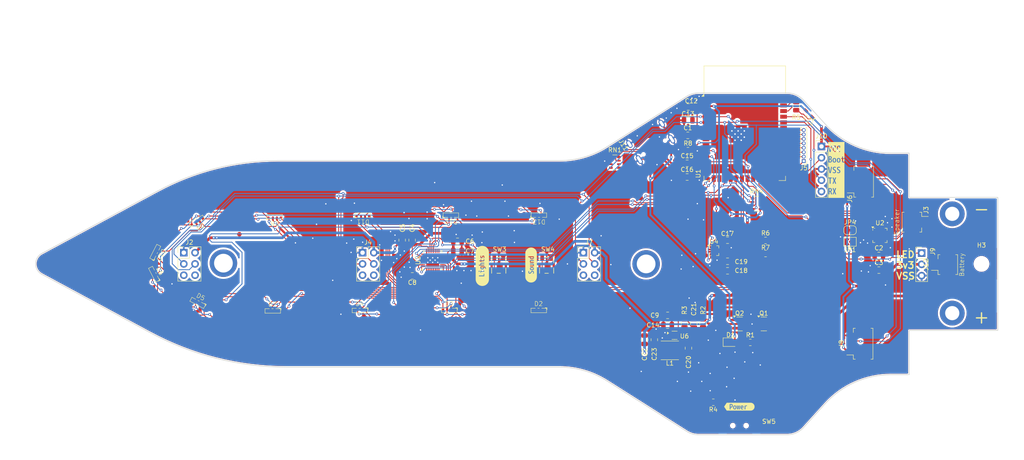
<source format=kicad_pcb>
(kicad_pcb (version 20241229) (generator "pcbnew") (generator_version "9.0")
  (layers (0 "F.Cu" signal) (2 "B.Cu" signal) (13 "F.Paste" user) (15 "B.Paste" user) (5 "F.SilkS" user "F.Silkscreen") (7 "B.SilkS" user "B.Silkscreen") (1 "F.Mask" user) (3 "B.Mask" user) (25 "Edge.Cuts" user))
  (net 0 "")
  (net 1 "VSS")
  (net 2 "/D-")
  (net 3 "/D+")
  (net 4 "LEDout")
  (net 6 "SCL")
  (net 7 "SDA")
  (net 9 "Net-(J3-Pin_1)")
  (net 10 "Net-(J3-Pin_2)")
  (net 13 "Net-(J5-Pin_3)")
  (net 14 "Net-(J5-Pin_7)")
  (net 15 "Net-(J5-Pin_8)")
  (net 16 "Net-(J5-Pin_1)")
  (net 17 "Net-(J5-Pin_5)")
  (net 18 "Net-(J5-Pin_6)")
  (net 19 "Net-(J5-Pin_4)")
  (net 20 "Net-(J5-Pin_2)")
  (net 23 "RX")
  (net 24 "TX")
  (net 25 "Boot")
  (net 26 "+5V")
  (net 27 "Net-(J11-CC2)")
  (net 29 "Net-(J11-CC1)")
  (net 31 "Net-(JP1-A)")
  (net 36 "BattPos")
  (net 37 "Lights")
  (net 38 "Sound")
  (net 40 "Net-(U3-CBP)")
  (net 42 "SD")
  (net 43 "BitClk")
  (net 45 "Din")
  (net 46 "ACT")
  (net 47 "LRClk")
  (net 56 "C3")
  (net 57 "C2")
  (net 58 "C1")
  (net 59 "Net-(Q1-S)")
  (net 60 "BuckEn")
  (net 61 "R3")
  (net 62 "R5")
  (net 63 "R6")
  (net 64 "R2")
  (net 65 "R11")
  (net 66 "R9")
  (net 67 "R8")
  (net 68 "R12")
  (net 69 "R10")
  (net 70 "R7")
  (net 71 "R1")
  (net 72 "R4")
  (net 73 "LEDen")
  (net 74 "LEDint")
  (net 77 "SCL2")
  (net 78 "SDA2")
  (net 80 "Net-(U1-IO1)")
  (net 81 "3v3")
  (net 82 "vBat")
  (net 83 "Net-(U6-VBST)")
  (net 84 "Net-(U6-SW)")
  (net 85 "Net-(U6-VFB)")
  (net 87 "Net-(U1-EN)")
  (net 88 "Net-(D14-A)")
  (net 89 "Net-(D14-K)")
  (net 90 "Net-(U1-IO13)")
  (footprint "RF_Module:ESP32-S3-WROOM-1" (layer "F.Cu") (at 202 73.94)
    (property "Reference" "U1")
    (property "Value" "ESP32-S3-WROOM-1")
  )
  (footprint "kibuzzard-6850B9A9" (layer "F.Cu") (at 200.775 137.9)
    (property "Reference" "kibuzzard-6850B9A9" (hide yes))
    (property "Value" "G***" (hide yes))
  )
  (footprint "Capacitor_SMD:C_0805_2012Metric" (layer "F.Cu") (at 198.1125 105.1)
    (property "Reference" "C19")
    (property "Value" "100nF")
  )
  (footprint "Connector_PinHeader_2.54mm:PinHeader_1x05_P2.54mm_Vertical" (layer "F.Cu") (at 219.3 79.2)
    (property "Reference" "J10")
    (property "Value" "Prog")
  )
  (footprint "Resistor_SMD:R_0805_2012Metric" (layer "F.Cu") (at 213.6 70.1 -90)
    (property "Reference" "R5")
    (property "Value" "150")
  )
  (footprint "Connector_PinHeader_2.54mm:PinHeader_2x03_P2.54mm_Vertical" (layer "F.Cu") (at 165.6 103.161482)
    (property "Reference" "J7")
    (property "Value" "Conn_02x03_Odd_Even")
  )
  (footprint "UE_USB:USB_C_Receptical-Jing" (layer "F.Cu") (at 181.856299 79.856299 -147.5)
    (property "Reference" "J11")
    (property "Value" "USB_C_Plug_USB2.0")
  )
  (footprint "Capacitor_SMD:C_0805_2012Metric" (layer "F.Cu") (at 127 108.4)
    (property "Reference" "C8")
    (property "Value" "1uF")
  )
  (footprint "UE_LED:FM-3510RGBA-SG_RGB" (layer "F.Cu") (at 135.75 94.65 180)
    (property "Reference" "D12")
    (property "Value" "APFA3010")
  )
  (footprint "Diode_SMD:D_0805_2012Metric" (layer "F.Cu") (at 198.8 123.35)
    (property "Reference" "D1")
    (property "Value" "D_Schottky")
  )
  (footprint "UE_Buttons:TS3315A" (layer "F.Cu") (at 157.303331 106.008449 90)
    (property "Reference" "SW4")
    (property "Value" "Sound")
  )
  (footprint "kibuzzard-684F57A2" (layer "F.Cu") (at 153.8 105.95 90)
    (property "Reference" "kibuzzard-684F57A2" (hide yes))
    (property "Value" "G***" (hide yes))
  )
  (footprint "MountingHole:MountingHole_3.2mm_M3_DIN965_Pad" (layer "F.Cu") (at 248.8 94.4)
    (property "Reference" "H1" (hide yes))
    (property "Value" "MountingHole")
  )
  (footprint "Capacitor_SMD:C_0805_2012Metric" (layer "F.Cu") (at 190.5 119.1 -90)
    (property "Reference" "C21")
    (property "Value" "47pF")
  )
  (footprint "MountingHole:MountingHole_3.2mm_M3" (layer "F.Cu") (at 255.4 105.686482)
    (property "Reference" "H3")
    (property "Value" "MountingHole")
  )
  (footprint "UE_LED:FM-3510RGBA-SG_RGB" (layer "F.Cu") (at 135.306666 116.25)
    (property "Reference" "D3")
    (property "Value" "APFA3010")
  )
  (footprint "Capacitor_SMD:C_0805_2012Metric" (layer "F.Cu") (at 179.4 122.8 90)
    (property "Reference" "C22")
    (property "Value" "22uF")
  )
  (footprint "UE_Misc:TQFN-16-1EP_3x3mm_P0.5mm_EP1.23x1.23mm" (layer "F.Cu") (at 232.49 99.26)
    (property "Reference" "U2")
    (property "Value" "MAX98357A")
  )
  (footprint "Capacitor_SMD:C_0805_2012Metric" (layer "F.Cu") (at 126.97 100.33 90)
    (property "Reference" "C4")
    (property "Value" "100nF")
  )
  (footprint "Resistor_SMD:R_0805_2012Metric" (layer "F.Cu") (at 189.1875 80.15)
    (property "Reference" "R8")
    (property "Value" "22k")
  )
  (footprint "Resistor_SMD:R_Array_Convex_4x0603" (layer "F.Cu") (at 172.7 82.8)
    (property "Reference" "RN1")
    (property "Value" "5.1k" (hide yes))
  )
  (footprint "Package_TO_SOT_SMD:SOT-23" (layer "F.Cu") (at 200.8375 119.25)
    (property "Reference" "Q2")
    (property "Value" "PMOS")
  )
  (footprint "UE_LED:FM-3510RGBA-SG_RGB" (layer "F.Cu") (at 96 95 180)
    (property "Reference" "D8")
    (property "Value" "APFA3010")
  )
  (footprint "Connector_Molex:Molex_PicoBlade_53261-0471_1x04-1MP_P1.25mm_Horizontal" (layer "F.Cu") (at 228.325 87.15 90)
    (property "Reference" "J6")
    (property "Value" "Conn_01x04")
  )
  (footprint "Resistor_SMD:R_0805_2012Metric" (layer "F.Cu") (at 203.25 123.4)
    (property "Reference" "R1")
    (property "Value" "100k")
  )
  (footprint "Capacitor_SMD:C_0805_2012Metric" (layer "F.Cu") (at 137.2 102.75)
    (property "Reference" "C7")
    (property "Value" "100nF")
  )
  (footprint "Resistor_SMD:R_0805_2012Metric" (layer "F.Cu") (at 194.9 136.9 180)
    (property "Reference" "R4")
    (property "Value" "100k")
  )
  (footprint "Resistor_SMD:R_0805_2012Metric" (layer "F.Cu") (at 206.6875 103.35)
    (property "Reference" "R7")
    (property "Value" "22k")
  )
  (footprint "Capacitor_SMD:C_0805_2012Metric" (layer "F.Cu") (at 181.6 122.8 90)
    (property "Reference" "C23")
    (property "Value" "22uF")
  )
  (footprint "UE_Battery:1016_2AA" (layer "F.Cu") (at 255.4 105.686482 90)
    (property "Reference" "J1")
    (property "Value" "AA Batteries")
  )
  (footprint "Connector_PinHeader_1.00mm:PinHeader_1x08_P1.00mm_Vertical" (layer "F.Cu") (at 215.3 82.5 180)
    (property "Reference" "J5")
    (property "Value" "Conn_01x08")
  )
  (footprint "Connector_Molex:Molex_PicoBlade_53261-0271_1x02-1MP_P1.25mm_Horizontal" (layer "F.Cu") (at 240.2 96.275 -90)
    (property "Reference" "J3")
    (property "Value" "Speaker")
  )
  (footprint "Resistor_SMD:R_Array_Convex_4x0603" (layer "F.Cu") (at 204.65 92.125)
    (property "Reference" "RN4")
    (property "Value" "5.1k")
  )
  (footprint "Capacitor_SMD:C_0805_2012Metric" (layer "F.Cu") (at 189 83)
    (property "Reference" "C15")
    (property "Value" "20pF")
  )
  (footprint "UE_LED:FM-3510RGBA-SG_RGB" (layer "F.Cu") (at 69 103 -117)
    (property "Reference" "D10")
    (property "Value" "APFA3010")
  )
  (footprint "Capacitor_SMD:C_0805_2012Metric" (layer "F.Cu") (at 184.6 119.5 180)
    (property "Reference" "C14")
    (property "Value" "10uF")
  )
  (footprint "Fiducial:Fiducial_1mm_Mask2mm" (layer "F.Cu") (at 235 127)
    (property "Reference" "REF**" (hide yes))
    (property "Value" "Fiducial_1mm_Mask2mm")
  )
  (footprint "UE_LED:FM-3510RGBA-SG_RGB" (layer "F.Cu") (at 115.133333 116.25)
    (property "Reference" "D4")
    (property "Value" "APFA3010")
  )
  (footprint "kibuzzard-684F5906" (layer "F.Cu") (at 222.65 84.5)
    (property "Reference" "kibuzzard-684F5906" (hide yes))
    (property "Value" "G***" (hide yes))
  )
  (footprint "Capacitor_SMD:C_0805_2012Metric" (layer "F.Cu") (at 189.25 73.3)
    (property "Reference" "C13")
    (property "Value" "100nF")
  )
  (footprint "Connector_Molex:Molex_PicoBlade_53261-0471_1x04-1MP_P1.25mm_Horizontal" (layer "F.Cu") (at 228.2 123.7 90)
    (property "Reference" "J8")
    (property "Value" "Conn_01x04")
  )
  (footprint "Package_LGA:LGA-12_2x2mm_P0.5mm" (layer "F.Cu") (at 195.05 102.7)
    (property "Reference" "U4")
    (property "Value" "LIS2HH12")
  )
  (footprint "UE_LED:FM-3510RGBA-SG_RGB" (layer "F.Cu") (at 78.540552 114.50714 -28)
    (property "Reference" "D5")
    (property "Value" "APFA3010")
  )
  (footprint "Connector_PinHeader_2.54mm:PinHeader_2x03_P2.54mm_Vertical" (layer "F.Cu") (at 75.46 103.161482)
    (property "Reference" "J2")
    (property "Value" "Conn_02x03_Odd_Even")
  )
  (footprint "Connector_PinHeader_2.54mm:PinHeader_2x03_P2.54mm_Vertical" (layer "F.Cu") (at 115.78 103.161482)
    (property "Reference" "J4")
    (property "Value" "Conn_02x03_Odd_Even")
  )
  (footprint "Capacitor_SMD:C_0805_2012Metric" (layer "F.Cu") (at 198.1125 100.35)
    (property "Reference" "C17")
    (property "Value" "100nF")
  )
  (footprint "Jumper:SolderJumper-2_P1.3mm_Open_TrianglePad1.0x1.5mm" (layer "F.Cu") (at 225.75 100.7 180)
    (property "Reference" "JP1")
    (property "Value" "Jumper Open" (hide yes))
  )
  (footprint "Jumper:SolderJumper-2_P1.3mm_Bridged_RoundedPad1.0x1.5mm" (layer "F.Cu") (at 225.75 98.1)
    (property "Reference" "JP4")
    (property "Value" "Jumper Bridged")
  )
  (footprint "Capacitor_SMD:C_0805_2012Metric" (layer "F.Cu") (at 232.25 107.1)
    (property "Reference" "C3")
    (property "Value" "100nF")
  )
  (footprint "UE_LED:FM-3510RGBA-SG_RGB" (layer "F.Cu") (at 155.48 116.25)
    (property "Reference" "D2")
    (property "Value" "APFA3010" (hide yes))
  )
  (footprint "MountingHole:MountingHole_3.2mm_M3_DIN965_Pad" (layer "F.Cu") (at 248.8 116.8)
    (property "Reference" "H2" (hide yes))
    (property "Value" "MountingHole")
  )
  (footprint "UE_LED:MHS171CRCT_side_led" (layer "F.Cu") (at 216.504289 71.833579 -45)
    (property "Reference" "D14")
    (property "Value" "RED")
  )
  (footprint "UE_Standoff:Threaded_Standoffs" (layer "F.Cu") (at 84.599999 108.625)
    (property "Reference" "H4")
    (property "Value" "MountingHole")
  )
  (footprint "kibuzzard-684F57B2" (layer "F.Cu") (at 142.8 106.15 90)
    (property "Reference" "kibuzzard-684F57B2" (hide yes))
    (property "Value" "G***" (hide yes))
  )
  (footprint "UE_LED:FM-3510RGBA-SG_RGB" (layer "F.Cu") (at 95.48 116.35)
    (property "Reference" "D7")
    (property "Value" "APFA3010")
  )
  (footprint "Resistor_SMD:R_0805_2012Metric" (layer "F.Cu") (at 206.6875 100.4)
    (property "Reference" "R6")
    (property "Value" "22k")
  )
  (footprint "Capacitor_SMD:C_0805_2012Metric" (layer "F.Cu") (at 189.15 76.7)
    (property "Reference" "C1")
    (property "Value" "100nF")
  )
  (footprint "Resistor_SMD:R_0805_2012Metric" (layer "F.Cu") (at 192.6 119.1 -90)
    (property "Reference" "R2")
    (property "Value" "100k")
  )
  (footprint "Capacitor_SMD:C_0805_2012Metric" (layer "F.Cu") (at 189.3 124.7 -90)
    (property "Reference" "C20")
    (property "Value" "100nF")
  )
  (footprint "UE_Buttons:TS3315A" (layer "F.Cu") (at 146.503331 106.008449 90)
    (property "Reference" "SW3")
    (property "Value" "Lights")
  )
  (footprint "Package_TO_SOT_SMD:SOT-563" (layer "F.Cu") (at 186.1625 121.8)
    (property "Reference" "U6")
    (property "Value" "TPS562243")
  )
  (footprint "UE_Buttons:SK-3296S_switch" (layer "F.Cu") (at 200.805 142.175 180)
    (property "Reference" "SW5")
    (property "Value" "SW_SPDT")
  )
  (footprint "Connector_Molex:Molex_PicoBlade_53261-0271_1x02-1MP_P1.25mm_Horizontal" (layer "F.Cu") (at 247.3 105.85 90)
    (property "Reference" "J12")
    (property "Value" "AA Conn")
  )
  (footprint "Capacitor_SMD:C_0805_2012Metric" (layer "F.Cu") (at 184.6 117.3 180)
    (property "Reference" "C9")
    (property "Value" "10uF")
  )
  (footprint "UE_LED:FM-3510RGBA-SG_RGB" (layer "F.Cu") (at 78.424275 95.875742 -152)
    (property "Reference" "D9")
    (property "Value" "APFA3010")
  )
  (footprint "Capacitor_SMD:C_0805_2012Metric" (layer "F.Cu") (at 232.25 103.8)
    (property "Reference" "C2")
    (property "Value" "10uF")
  )
  (footprint "Package_DFN_QFN:QFN-32-1EP_4x4mm_P0.4mm_EP2.9x2.9mm" (layer "F.Cu") (at 131.6 104.9 90)
    (property "Reference" "U3")
    (property "Value" "AW20072QNR")
  )
  (footprint "Capacitor_SMD:C_0805_2012Metric" (layer "F.Cu") (at 189 86.1)
    (property "Reference" "C16")
    (property "Value" "20pF")
  )
  (footprint "Capacitor_SMD:C_0805_2012Metric" (layer "F.Cu") (at 124.72 100.33 90)
    (property "Reference" "C5")
    (property "Value" "1uF")
  )
  (footprint "Inductor_SMD:L_Vishay_IFSC-1515AH_4x4x1.8mm" (layer "F.Cu") (at 185.1 125.2 180)
    (property "Reference" "L1")
    (property "Value" "2.2uH")
  )
  (footprint "Resistor_SMD:R_0805_2012Metric" (layer "F.Cu") (at 188.4 119.1 -90)
    (property "Reference" "R3")
    (property "Value" "22k")
  )
  (footprint "UE_LED:FM-3510RGBA-SG_RGB" (layer "F.Cu") (at 115.9 94.65 180)
    (property "Reference" "D11")
    (property "Value" "APFA3010")
  )
  (footprint "Capacitor_SMD:C_0805_2012Metric" (layer "F.Cu") (at 198.1125 107.25)
    (property "Reference" "C18")
    (property "Value" "1uF")
  )
  (footprint "Package_TO_SOT_SMD:SOT-23" (layer "F.Cu") (at 206.3 119.2375)
    (property "Reference" "Q1")
    (property "Value" "PMOS")
  )
  (footprint "Connector_PinHeader_2.54mm:PinHeader_1x03_P2.54mm_Vertical" (layer "F.Cu") (at 241.9 103.26)
    (property "Reference" "J9")
    (property "Value" "Conn_01x03")
  )
  (footprint "Fiducial:Fiducial_1mm_Mask2mm" (layer "F.Cu") (at 88 99)
    (property "Reference" "REF**" (hide yes))
    (property "Value" "Fiducial_1mm_Mask2mm")
  )
  (footprint "Capacitor_SMD:C_0805_2012Metric" (layer "F.Cu") (at 137.2 100.6)
    (property "Reference" "C6")
    (property "Value" "10uF")
  )
  (footprint "UE_LED:FM-3510RGBA-SG_RGB" (layer "F.Cu") (at 68.676682 108 -63)
    (property "Reference" "D6")
    (property "Value" "APFA3010")
  )
  (footprint "UE_Standoff:Threaded_Standoffs" (layer "F.Cu") (at 179.949999 108.8)
    (property "Reference" "H5")
    (property "Value" "MountingHole")
  )
  (footprint "UE_LED:FM-3510RGBA-SG_RGB" (layer "F.Cu") (at 155.6 94.65 180)
    (property "Reference" "D13")
    (property "Value" "APFA3010")
  )
  (footprint "Capacitor_SMD:C_0805_2012Metric" (layer "F.Cu") (at 189.25 70.29)
    (property "Reference" "C12")
    (property "Value" "22uF")
  )
  (gr_poly (pts (xy 42.041712 105.503865) (xy 42.060242 105.323556) (xy 42.09075 105.146145) (xy 42.132924 104.972152) (xy 42.186452 104.802102) (xy 42.251022 104.636516) (xy 42.326322 104.475917) (xy 42.41204 104.320829) (xy 42.507864 104.171773) (xy 42.613483 104.029271) (xy 42.728584 103.893847) (xy 42.852855 103.766024) (xy 42.985985 103.646323) (xy 43.127661 103.535267) (xy 43.277572 103.433379) (xy 43.435405 103.341181) (xy 69.635371 89.21691) (xy 71.202872 88.402996) (xy 72.792157 87.639358) (xy 74.402004 86.926303) (xy 76.031192 86.264141) (xy 77.678499 85.653178) (xy 79.342705 85.093724) (xy 81.022586 84.586087) (xy 82.716922 84.130575) (xy 84.424491 83.727496) (xy 86.144073 83.377159) (xy 87.874444 83.079872) (xy 89.614384 82.835944) (xy 91.362672 82.645682) (xy 93.118086 82.509394) (xy 94.879403 82.42739) (xy 96.645404 82.399977) (xy 160.2 82.4) (xy 160.909204 82.387424) (xy 161.61595 82.349821) (xy 162.319606 82.287374) (xy 163.01954 82.200267) (xy 163.715119 82.088681) (xy 164.405711 81.952802) (xy 165.090683 81.792812) (xy 165.769404 81.608894) (xy 166.441239 81.401233) (xy 167.105558 81.170011) (xy 167.761728 80.915411) (xy 168.409116 80.637617) (xy 169.04709 80.336813) (xy 169.675018 80.013182) (xy 170.292266 79.666906) (xy 170.898204 79.29817) (xy 188.889598 67.907874) (xy 189.041079 67.815688) (xy 189.195389 67.729118) (xy 189.352368 67.648209) (xy 189.511858 67.573006) (xy 189.673702 67.503556) (xy 189.837742 67.439904) (xy 190.003819 67.382097) (xy 190.171775 67.33018) (xy 190.341452 67.284198) (xy 190.512693 67.244198) (xy 190.685339 67.210226) (xy 190.859232 67.182327) (xy 191.034214 67.160548) (xy 191.210127 67.144934) (xy 191.386812 67.13553) (xy 191.564113 67.132384) (xy 211.564143 67.132414) (xy 211.827865 67.139365) (xy 212.089561 67.160074) (xy 212.348744 67.194324) (xy 212.604928 67.241902) (xy 212.857628 67.302591) (xy 213.106357 67.376177) (xy 213.350628 67.462443) (xy 213.589957 67.561174) (xy 213.823857 67.672155) (xy 214.051842 67.79517) (xy 214.273425 67.930004) (xy 214.48812 68.076441) (xy 214.695442 68.234267) (xy 214.894905 68.403265) (xy 215.086021 68.58322) (xy 215.268306 68.773917) (xy 220.115886 74.120436) (xy 220.84503 74.883229) (xy 221.6095 75.603054) (xy 222.407352 76.27905) (xy 223.236642 76.910356) (xy 224.095423 77.496109) (xy 224.981754 78.035448) (xy 225.893687 78.527511) (xy 226.82928 78.971437) (xy 227.786587 79.366363) (xy 228.763664 79.711428) (xy 229.758566 80.00577) (xy 230.76935 80.248527) (xy 231.794069 80.438838) (xy 232.83078 80.575841) (xy 233.877538 80.658675) (xy 234.932399 80.686476) (xy 239.085231 80.686476) (xy 239.085231 90.68648) (xy 259.085231 90.68648) (xy 259.085231 120.68648) (xy 239.085231 120.68648) (xy 239.085231 130.68648) (xy 234.932399 130.68648) (xy 233.877533 130.714283) (xy 232.83077 130.797117) (xy 231.794055 130.934121) (xy 230.769332 131.124432) (xy 229.758546 131.367189) (xy 228.763641 131.661531) (xy 227.786562 132.006595) (xy 226.829253 132.401521) (xy 225.893659 132.845445) (xy 224.981725 133.337507) (xy 224.095394 133.876845) (xy 223.236611 134.462596) (xy 222.407322 135.0939) (xy 221.60947 135.769895) (xy 220.844999 136.489718) (xy 220.115855 137.252508) (xy 215.268275 142.599032) (xy 215.085991 142.789732) (xy 214.894874 142.969691) (xy 214.695412 143.138692) (xy 214.48809 143.296521) (xy 214.273395 143.442961) (xy 214.051812 143.577798) (xy 213.823829 143.700817) (xy 213.589931 143.8118) (xy 213.350603 143.910534) (xy 213.106334 143.996803) (xy 212.857607 144.070391) (xy 212.60491 144.131083) (xy 212.34873 144.178663) (xy 212.089551 144.212916) (xy 211.82786 144.233627) (xy 211.564143 144.24058) (xy 191.564143 144.240542) (xy 191.386848 144.237398) (xy 191.210167 144.227998) (xy 191.034257 144.212386) (xy 190.859278 144.19061) (xy 190.685386 144.162713) (xy 190.512741 144.128744) (xy 190.341501 144.088747) (xy 190.171823 144.042768) (xy 190.003865 143.990853) (xy 189.837787 143.933048) (xy 189.673746 143.869398) (xy 189.511899 143.79995) (xy 189.352406 143.72475) (xy 189.195425 143.643842) (xy 189.041113 143.557274) (xy 188.889629 143.46509) (xy 170.898204 132.074778) (xy 170.292264 131.706044) (xy 169.675013 131.359771) (xy 169.047085 131.036141) (xy 168.40911 130.735339) (xy 167.761722 130.457548) (xy 167.105552 130.20295) (xy 166.441234 129.97173) (xy 165.769399 129.76407) (xy 165.09068 129.580155) (xy 164.405709 129.420166) (xy 163.715119 129.284289) (xy 163.019541 129.172705) (xy 162.319609 129.085599) (xy 161.615954 129.023154) (xy 160.90921 128.985553) (xy 160.200007 128.972979) (xy 98.691875 128.97296) (xy 96.67434 128.941658) (xy 94.662153 128.847988) (xy 92.656708 128.692301) (xy 90.6594 128.47495) (xy 88.671627 128.196287) (xy 86.694783 127.856665) (xy 84.730264 127.456434) (xy 82.779466 126.995949) (xy 80.843785 126.47556) (xy 78.924616 125.895621) (xy 77.023356 125.256482) (xy 75.141399 124.558497) (xy 73.280143 123.802018) (xy 71.440982 122.987397) (xy 69.625312 122.114986) (xy 67.834529 121.185137) (xy 43.435634 108.031782) (xy 43.355742 107.986935) (xy 43.277791 107.9396) (xy 43.201821 107.889842) (xy 43.12787 107.837727) (xy 43.055978 107.783319) (xy 42.986183 107.726685) (xy 42.918525 107.667889) (xy 42.853042 107.606996) (xy 42.789773 107.544073) (xy 42.728758 107.479184) (xy 42.670035 107.412396) (xy 42.613643 107.343772) (xy 42.559622 107.273378) (xy 42.50801 107.20128) (xy 42.458847 107.127544) (xy 42.412171 107.052233) (xy 42.368022 106.975414) (xy 42.326438 106.897152) (xy 42.287459 106.817513) (xy 42.251122 106.736561) (xy 42.217469 106.654362) (xy 42.186536 106.570982) (xy 42.158364 106.486484) (xy 42.132992 106.400936) (xy 42.110458 106.314402) (xy 42.090801 106.226948) (xy 42.074061 106.138638) (xy 42.060277 106.049538) (xy 42.049486 105.959715) (xy 42.04173 105.869231) (xy 42.037045 105.778154) (xy 42.035472 105.686549)) (stroke (width 0.15) (color 33 37 41 1)) (fill no) (layer "Edge.Cuts"))
  (gr_text "-" (at 253.35 95 0) (layer "F.SilkS") (effects (font (size 3 3) (thickness 0.3) (bold yes)) (justify left bottom)))
  (gr_text "LED\n3v3\nVSS" (at 236 109.3 0) (layer "F.SilkS") (effects (font (size 1.5 1.5) (thickness 0.3) (bold yes)) (justify left bottom)))
  (gr_text "Battery" (at 251.55 108.6 90) (layer "F.SilkS") (effects (font (size 1 1) (thickness 0.1)) (justify left bottom)))
  (gr_text "Speaker\n" (at 236.9 99.3 90) (layer "F.SilkS") (effects (font (size 1 1) (thickness 0.1)) (justify left bottom)))
  (gr_text "+" (at 253.35 119.4 0) (layer "F.SilkS") (effects (font (size 3 3) (thickness 0.3) (bold yes)) (justify left bottom)))
  (segment (start 234.89 99.01) (end 235.5 98.4) (width 0.2) (layer "F.Cu") (net 1))
  (segment (start 183.8 119.65) (end 183.8 119.4) (width 0.2) (layer "F.Cu") (net 1))
  (segment (start 255.4 98.436482) (end 251.063518 98.436482) (width 0.6) (layer "F.Cu") (net 1))
  (segment (start 195.975 102.95) (end 196.6625 102.95) (width 0.25) (layer "F.Cu") (net 1))
  (segment (start 255.4 98.436482) (end 255.4 102.9) (width 0.6) (layer "F.Cu") (net 1))
  (segment (start 232.24 99.01) (end 232.49 99.26) (width 0.2) (layer "F.Cu") (net 1))
  (segment (start 170.65 82.4) (end 170.6 82.45) (width 0.2) (layer "F.Cu") (net 1))
  (segment (start 170.55 82.5) (end 170.4 82.5) (width 0.2) (layer "F.Cu") (net 1))
  (segment (start 232.54 99.25) (end 232.29 99) (width 0.2) (layer "F.Cu") (net 1))
  (segment (start 196.6625 102.95) (end 197.1625 103.45) (width 0.25) (layer "F.Cu") (net 1))
  (segment (start 126.95 99.65) (end 126.65 99.35) (width 0.2) (layer "F.Cu") (net 1))
  (segment (start 194.8 103.625) (end 194.8 102.97) (width 0.2) (layer "F.Cu") (net 1))
  (segment (start 232.24 97.71) (end 232.24 99.01) (width 0.2) (layer "F.Cu") (net 1))
  (segment (start 229.8 99.95) (end 230.25 99.5) (width 0.2) (layer "F.Cu") (net 1))
  (segment (start 194.8 102.97) (end 194.78 102.95) (width 0.2) (layer "F.Cu") (net 1))
  (segment (start 129.6 104.7) (end 131.4 104.7) (width 0.2) (layer "F.Cu") (net 1))
  (segment (start 185.45 122.3) (end 184.1 122.3) (width 0.25) (layer "F.Cu") (net 1))
  (segment (start 129.6 103.5) (end 130.2 103.5) (width 0.2) (layer "F.Cu") (net 1))
  (segment (start 179.638979 82.09887) (end 178.291411 82.09887) (width 0.2) (layer "F.Cu") (net 1))
  (segment (start 232.74 99.01) (end 232.49 99.26) (width 0.2) (layer "F.Cu") (net 1))
  (segment (start 255.4 98.436482) (end 255.363518 98.436482) (width 0.2) (layer "F.Cu") (net 1))
  (segment (start 232.29 99.5) (end 232.54 99.25) (width 0.2) (layer "F.Cu") (net 1))
  (segment (start 230.25 99.5) (end 232.29 99.5) (width 0.2) (layer "F.Cu") (net 1))
  (segment (start 184.1 122.3) (end 183.65 121.85) (width 0.25) (layer "F.Cu") (net 1))
  (segment (start 171.8 82.4) (end 170.65 82.4) (width 0.2) (layer "F.Cu") (net 1))
  (segment (start 184.825837 78.209078) (end 185.49975 77.535165) (width 0.2) (layer "F.Cu") (net 1))
  (segment (start 178.291411 82.09887) (end 178.212848 82.177433) (width 0.2) (layer "F.Cu") (net 1))
  (segment (start 195.1375 103.625) (end 194.8 103.625) (width 0.2) (layer "F.Cu") (net 1))
  (segment (start 232.54 99.25) (end 232.79 99) (width 0.2) (layer "F.Cu") (net 1))
  (segment (start 183.65 121.85) (end 181.6 121.85) (width 0.25) (layer "F.Cu") (net 1))
  (segment (start 197.1625 103.45) (end 197.1625 105.1) (width 0.25) (layer "F.Cu") (net 1))
  (segment (start 130.2 102.9) (end 130.2 103.5) (width 0.2) (layer "F.Cu") (net 1))
  (segment (start 170.6 82.45) (end 170.55 82.5) (width 0.2) (layer "F.Cu") (net 1))
  (segment (start 234.04 99.01) (end 234.89 99.01) (width 0.2) (layer "F.Cu") (net 1))
  (segment (start 194.78 102.95) (end 194.125 102.95) (width 0.2) (layer "F.Cu") (net 1))
  (segment (start 234.04 99.01) (end 232.74 99.01) (width 0.2) (layer "F.Cu") (net 1))
  (segment (start 255.363518 98.436482) (end 254.4 99.4) (width 0.2) (layer "F.Cu") (net 1))
  (segment (start 184.825837 78.794477) (end 184.825837 78.209078) (width 0.2) (layer "F.Cu") (net 1))
  (segment (start 131.4 104.7) (end 131.6 104.9) (width 0.2) (layer "F.Cu") (net 1))
  (segment (start 124.75 98.9) (end 124.75 99.35) (width 0.25) (layer "F.Cu") (net 1))
  (via (at 228.3 107.3) (size 0.6) (drill 0.3) (layers "F.Cu" "B.Cu") (net 1))
  (via (at 190.8 114.4) (size 0.6) (drill 0.3) (layers "F.Cu" "B.Cu") (net 1))
  (via (at 120.05 104.9) (size 0.6) (drill 0.3) (layers "F.Cu" "B.Cu") (net 1))
  (via (at 176.1 115.7) (size 0.6) (drill 0.3) (layers "F.Cu" "B.Cu") (net 1))
  (via (at 177.75 76.8) (size 0.6) (drill 0.3) (layers "F.Cu" "B.Cu") (net 1))
  (via (at 110.9 117.05) (size 0.6) (drill 0.3) (layers "F.Cu" "B.Cu") (net 1))
  (via (at 100.65 100.95) (size 0.6) (drill 0.3) (layers "F.Cu" "B.Cu") (net 1))
  (via (at 199.6 131.5) (size 0.6) (drill 0.3) (layers "F.Cu" "B.Cu") (net 1))
  (via (at 189.8 134.4) (size 0.6) (drill 0.3) (layers "F.Cu" "B.Cu") (net 1))
  (via (at 137.05 107.2) (size 0.6) (drill 0.3) (layers "F.Cu" "B.Cu") (net 1))
  (via (at 233.75 110.45) (size 0.6) (drill 0.3) (layers "F.Cu" "B.Cu") (net 1))
  (via (at 189.3 130.1) (size 0.6) (drill 0.3) (layers "F.Cu" "B.Cu") (net 1))
  (via (at 125.2 102.8) (size 0.6) (drill 0.3) (layers "F.Cu" "B.Cu") (net 1))
  (via (at 184.3 72.8) (size 0.6) (drill 0.3) (layers "F.Cu" "B.Cu") (net 1))
  (via (at 185.4 71.6) (size 0.6) (drill 0.3) (layers "F.Cu" "B.Cu") (net 1))
  (via (at 155.8 92.05) (size 0.6) (drill 0.3) (layers "F.Cu" "B.Cu") (net 1))
  (via (at 112.2 101) (size 0.6) (drill 0.3) (layers "F.Cu" "B.Cu") (net 1))
  (via (at 187.65 106.85) (size 0.6) (drill 0.3) (layers "F.Cu" "B.Cu") (net 1))
  (via (at 140.35 91.55) (size 0.6) (drill 0.3) (layers "F.Cu" "B.Cu") (net 1))
  (via (at 136.9 99.05) (size 0.6) (drill 0.3) (layers "F.Cu" "B.Cu") (net 1))
  (via (at 130.35 94) (size 0.6) (drill 0.3) (layers "F.Cu" "B.Cu") (net 1))
  (via (at 198.7 98.3) (size 0.6) (drill 0.3) (layers "F.Cu" "B.Cu") (net 1))
  (via (at 171.8 105.85) (size 0.6) (drill 0.3) (layers "F.Cu" "B.Cu") (net 1))
  (via (at 191.7 67.9) (size 0.6) (drill 0.3) (layers "F.Cu" "B.Cu") (net 1))
  (via (at 119.65 101.4) (size 0.6) (drill 0.3) (layers "F.Cu" "B.Cu") (net 1))
  (via (at 203.1 121.5) (size 0.6) (drill 0.3) (layers "F.Cu" "B.Cu") (net 1))
  (via (at 138.05 110.05) (size 0.6) (drill 0.3) (layers "F.Cu" "B.Cu") (net 1))
  (via (at 191.3 92.1) (size 0.6) (drill 0.3) (layers "F.Cu" "B.Cu") (net 1))
  (via (at 234.85 102.05) (size 0.6) (drill 0.3) (layers "F.Cu" "B.Cu") (net 1))
  (via (at 224.1 107.9) (size 0.6) (drill 0.3) (layers "F.Cu" "B.Cu") (net 1))
  (via (at 228.8 100.3) (size 0.6) (drill 0.3) (layers "F.Cu" "B.Cu") (net 1))
  (via (at 182.75 77.05) (size 0.6) (drill 0.3) (layers "F.Cu" "B.Cu") (net 1))
  (via (at 123.1 100.5) (size 0.6) (drill 0.3) (layers "F.Cu" "B.Cu") (net 1))
  (via (at 126.5 106.5) (size 0.6) (drill 0.3) (layers "F.Cu" "B.Cu") (net 1))
  (via (at 190.9 103.4) (size 0.6) (drill 0.3) (layers "F.Cu" "B.Cu") (net 1))
  (via (at 132.05 87.35) (size 0.6) (drill 0.3) (layers "F.Cu" "B.Cu") (net 1))
  (via (at 107.5 92.15) (size 0.6) (drill 0.3) (layers "F.Cu" "B.Cu") (net 1))
  (via (at 198.95 102.05) (size 0.6) (drill 0.3) (layers "F.Cu" "B.Cu") (net 1))
  (via (at 125.2 106.4) (size 0.6) (drill 0.3) (layers "F.Cu" "B.Cu") (net 1))
  (via (at 142.85 107.2) (size 0.6) (drill 0.3) (layers "F.Cu" "B.Cu") (net 1))
  (via (at 227 96) (size 0.6) (drill 0.3) (layers "F.Cu" "B.Cu") (net 1))
  (via (at 235.2 95.5) (size 0.6) (drill 0.3) (layers "F.Cu" "B.Cu") (net 1))
  (via (at 138.65 107.2) (size 0.6) (drill 0.3) (layers "F.Cu" "B.Cu") (net 1))
  (via (at 228.1 100.9) (size 0.6) (drill 0.3) (layers "F.Cu" "B.Cu") (net 1))
  (via (at 147.3 87.9) (size 0.6) (drill 0.3) (layers "F.Cu" "B.Cu") (net 1))
  (via (at 104.55 99.9) (size 0.6) (drill 0.3) (layers "F.Cu" "B.Cu") (net 1))
  (via (at 123.5 104.5) (size 0.6) (drill 0.3) (layers "F.Cu" "B.Cu") (net 1))
  (via (at 181.2 74.25) (size 0.6) (drill 0.3) (layers "F.Cu" "B.Cu") (net 1))
  (via (at 170.4 82.5) (size 0.6) (drill 0.3) (layers "F.Cu" "B.Cu") (net 1))
  (via (at 198.201057 83.990209) (size 0.6) (drill 0.3) (layers "F.Cu" "B.Cu") (net 1))
  (via (at 147.9 91.55) (size 0.6) (drill 0.3) (layers "F.Cu" "B.Cu") (net 1))
  (via (at 191.6 128) (size 0.6) (drill 0.3) (layers "F.Cu" "B.Cu") (net 1))
  (via (at 184 121.2) (size 0.6) (drill 0.3) (layers "F.Cu" "B.Cu") (net 1))
  (via (at 162 105.7) (size 0.6) (drill 0.3) (layers "F.Cu" "B.Cu") (net 1))
  (via (at 140.25 107.2) (size 0.6) (drill 0.3) (layers "F.Cu" "B.Cu") (net 1))
  (via (at 113.95 92) (size 0.6) (drill 0.3) (layers "F.Cu" "B.Cu") (net 1))
  (via (at 191.75 86.8) (size 0.6) (drill 0.3) (layers "F.Cu" "B.Cu") (net 1))
  (via (at 134.05 92.35) (size 0.6) (drill 0.3) (layers "F.Cu" "B.Cu") (net 1))
  (via (at 196.4 125.9) (size 0.6) (drill 0.3) (layers "F.Cu" "B.Cu") (net 1))
  (via (at 140.5 99.2) (size 0.6) (drill 0.3) (layers "F.Cu" "B.Cu") (net 1))
  (via (at 183.4 122.4) (size 0.6) (drill 0.3) (layers "F.Cu" "B.Cu") (net 1))
  (via (at 239.1 102.3) (size 0.6) (drill 0.3) (layers "F.Cu" "B.Cu") (net 1))
  (via (at 203.4 117.05) (size 0.6) (drill 0.3) (layers "F.Cu" "B.Cu") (net 1))
  (via (at 191.1 68.8) (size 0.6) (drill 0.3) (layers "F.Cu" "B.Cu") (net 1))
  (via (at 122.1 98.4) (size 0.6) (drill 0.3) (layers "F.Cu" "B.Cu") (net 1))
  (via (at 192.3 132.2) (size 0.6) (drill 0.3) (layers "F.Cu" "B.Cu") (net 1))
  (via (at 186.8 132.2) (size 0.6) (drill 0.3) (layers "F.Cu" "B.Cu") (net 1))
  (via (at 151.85 107.35) (size 0.6) (drill 0.3) (layers "F.Cu" "B.Cu") (net 1))
  (via (at 187.05 79.9) (size 0.6) (drill 0.3) (layers "F.Cu" "B.Cu") (net 1))
  (via (at 126.25 95.45) (size 0.6) (drill 0.3) (layers "F.Cu" "B.Cu") (net 1))
  (via (at 126.3 105.3) (size 0.6) (drill 0.3) (layers "F.Cu" "B.Cu") (net 1))
  (via (at 142.8 98.5) (size 0.6) (drill 0.3) (layers "F.Cu" "B.Cu") (net 1))
  (via (at 234.2 96.4) (size 0.6) (drill 0.3) (layers "F.Cu" "B.Cu") (net 1))
  (via (at 132.15 104.85) (size 0.6) (drill 0.3) (layers "F.Cu" "B.Cu") (net 1))
  (via (at 205.5 128.5) (size 0.6) (drill 0.3) (layers "F.Cu" "B.Cu") (net 1))
  (via (at 239.1 109.4) (size 0.6) (drill 0.3) (layers "F.Cu" "B.Cu") (net 1))
  (via (at 231.5 105.6) (size 0.6) (drill 0.3) (layers "F.Cu" "B.Cu") (net 1))
  (via (at 148.7 94.9) (size 0.6) (drill 0.3) (layers "F.Cu" "B.Cu") (net 1))
  (via (at 189.45 113.4) (size 0.6) (drill 0.3) (layers "F.Cu" "B.Cu") (net 1))
  (via (at 113.2 103.1) (size 0.6) (drill 0.3) (layers "F.Cu" "B.Cu") (net 1))
  (via (at 189.2 95.6) (size 0.6) (drill 0.3) (layers "F.Cu" "B.Cu") (net 1))
  (via (at 203.8 125.7) (size 0.6) (drill 0.3) (layers "F.Cu" "B.Cu") (net 1))
  (via (at 182 120.4) (size 0.6) (drill 0.3) (layers "F.Cu" "B.Cu") (net 1))
  (via (at 131.05 104.85) (size 0.6) (drill 0.3) (layers "F.Cu" "B.Cu") (net 1))
  (via (at 190.1 68.3) (size 0.6) (drill 0.3) (layers "F.Cu" "B.Cu") (net 1))
  (via (at 142.7 100.9) (size 0.6) (drill 0.3) (layers "F.Cu" "B.Cu") (net 1))
  (via (at 141.55 94.9) (size 0.6) (drill 0.3) (layers "F.Cu" "B.Cu") (net 1))
  (via (at 139.6 103.6) (size 0.6) (drill 0.3) (layers "F.Cu" "B.Cu") (net 1))
  (via (at 130.5 105.35) (size 0.6) (drill 0.3) (layers "F.Cu" "B.Cu") (net 1))
  (via (at 229.9 107.5) (size 0.6) (drill 0.3) (layers "F.Cu" "B.Cu") (net 1))
  (via (at 131.6 104.3) (size 0.6) (drill 0.3) (layers "F.Cu" "B.Cu") (net 1))
  (via (at 194.2 130.4) (size 0.6) (drill 0.3) (layers "F.Cu" "B.Cu") (net 1))
  (via (at 132.75 105.35) (size 0.6) (drill 0.3) (layers "F.Cu" "B.Cu") (net 1))
  (via (at 105.4 96.75) (size 0.6) (drill 0.3) (layers "F.Cu" "B.Cu") (net 1))
  (via (at 72.8 110.2) (size 0.6) (drill 0.3) (layers "F.Cu" "B.Cu") (net 1))
  (via (at 124.2 107.5) (size 0.6) (drill 0.3) (layers "F.Cu" "B.Cu") (net 1))
  (via (at 150.05 100.85) (size 0.6) (drill 0.3) (layers "F.Cu" "B.Cu") (net 1))
  (via (at 125.15 94.1) (size 0.6) (drill 0.3) (layers "F.Cu" "B.Cu") (net 1))
  (via (at 169.6 99.35) (size 0.6) (drill 0.3) (layers "F.Cu" "B.Cu") (net 1))
  (via (at 182.2 83.3) (size 0.6) (drill 0.3) (layers "F.Cu" "B.Cu") (net 1))
  (via (at 191.3 80.2) (size 0.6) (drill 0.3) (layers "F.Cu" "B.Cu") (net 1))
  (via (at 202 127.8) (size 0.6) (drill 0.3) (layers "F.Cu" "B.Cu") (net 1))
  (via (at 194.1125 106.1) (size 0.6) (drill 0.3) (layers "F.Cu" "B.Cu") (net 1))
  (via (at 192.7 95.75) (size 0.6) (drill 0.3) (layers "F.Cu" "B.Cu") (net 1))
  (via (at 140.5 103.6) (size 0.6) (drill 0.3) (layers "F.Cu" "B.Cu") (net 1))
  (via (at 194.2 134.3) (size 0.6) (drill 0.3) (layers "F.Cu" "B.Cu") (net 1))
  (via (at 187.8 103.75) (size 0.6) (drill 0.3) (layers "F.Cu" "B.Cu") (net 1))
  (via (at 190.35 106.3) (size 0.6) (drill 0.3) (layers "F.Cu" "B.Cu") (net 1))
  (via (at 109.05 109.4) (size 0.6) (drill 0.3) (layers "F.Cu" "B.Cu") (net 1))
  (via (at 185.45 86.85) (size 0.6) (drill 0.3) (layers "F.Cu" "B.Cu") (net 1))
  (via (at 123.1 99.2) (size 0.6) (drill 0.3) (layers "F.Cu" "B.Cu") (net 1))
  (via (at 233.7 95) (size 0.6) (drill 0.3) (layers "F.Cu" "B.Cu") (net 1))
  (via (at 113.25 95.9) (size 0.6) (drill 0.3) (layers "F.Cu" "B.Cu") (net 1))
  (via (at 198.25 90.75) (size 0.6) (drill 0.3) (layers "F.Cu" "B.Cu") (net 1))
  (via (at 122.8 105.4) (size 0.6) (drill 0.3) (layers "F.Cu" "B.Cu") (net 1))
  (via (at 203.65 119.25) (size 0.6) (drill 0.3) (layers "F.Cu" "B.Cu") (net 1))
  (via (at 160.15 95.6) (size 0.6) (drill 0.3) (layers "F.Cu" "B.Cu") (net 1))
  (via (at 235.2 97.4) (size 0.6) (drill 0.3) (layers "F.Cu" "B.Cu") (net 1))
  (via (at 199.8 136.4) (size 0.6) (drill 0.3) (layers "F.Cu" "B.Cu") (net 1))
  (via (at 230.3 106.1) (size 0.6) (drill 0.3) (layers "F.Cu" "B.Cu") (net 1))
  (via (at 77.646866 116.119148) (size 0.6) (drill 0.3) (layers "F.Cu" "B.Cu") (net 1))
  (via (at 198 129) (size 0.6) (drill 0.3) (layers "F.Cu" "B.Cu") (net 1))
  (via (at 193.775 122.9) (size 0.6) (drill 0.3) (layers "F.Cu" "B.Cu") (net 1))
  (via (at 197.9 133.4) (size 0.6) (drill 0.3) (layers "F.Cu" "B.Cu") (net 1))
  (via (at 124.5 108.7) (size 0.6) (drill 0.3) (layers "F.Cu" "B.Cu") (net 1))
  (via (at 113.8 100.1) (size 0.6) (drill 0.3) (layers "F.Cu" "B.Cu") (net 1))
  (via (at 132.75 104.3) (size 0.6) (drill 0.3) (layers "F.Cu" "B.Cu") (net 1))
  (via (at 139.1 94.7) (size 0.6) (drill 0.3) (layers "F.Cu" "B.Cu") (net 1))
  (via (at 178.65 129.95) (size 0.6) (drill 0.3) (layers "F.Cu" "B.Cu") (net 1))
  (via (at 124.3 103.7) (size 0.6) (drill 0.3) (layers "F.Cu" "B.Cu") (net 1))
  (via (at 229.7 101) (size 0.6) (drill 0.3) (layers "F.Cu" "B.Cu") (net 1))
  (via (at 223.6 99.6) (size 0.6) (drill 0.3) (layers "F.Cu" "B.Cu") (net 1))
  (via (at 130.5 104.3) (size 0.6) (drill 0.3) (layers "F.Cu" "B.Cu") (net 1))
  (via (at 130.35 95.5) (size 0.6) (drill 0.3) (layers "F.Cu" "B.Cu") (net 1))
  (via (at 115.8 100.8) (size 0.6) (drill 0.3) (layers "F.Cu" "B.Cu") (net 1))
  (via (at 195.461581 120.688419) (size 0.6) (drill 0.3) (layers "F.Cu" "B.Cu") (net 1))
  (via (at 199.8 125.6) (size 0.6) (drill 0.3) (layers "F.Cu" "B.Cu") (net 1))
  (via (at 128.85 120.6) (size 0.6) (drill 0.3) (layers "F.Cu" "B.Cu") (net 1))
  (via (at 150 98.2) (size 0.6) (drill 0.3) (layers "F.Cu" "B.Cu") (net 1))
  (via (at 195.75 104.85) (size 0.6) (drill 0.3) (layers "F.Cu" "B.Cu") (net 1))
  (via (at 186.7 70.6) (size 0.6) (drill 0.3) (layers "F.Cu" "B.Cu") (net 1))
  (via (at 131.6 105.35) (size 0.6) (drill 0.3) (layers "F.Cu" "B.Cu") (net 1))
  (segment (start 229.7 101) (end 229.7 101.1) (width 0.2) (layer "B.Cu") (net 1))
  (segment (start 182.075291 80.665337) (end 181.8 80.2) (width 0.2) (layer "F.Cu") (net 2))
  (segment (start 181.546017 79.4) (end 181.6 79.85) (width 0.2) (layer "F.Cu") (net 2))
  (segment (start 191.810799 84.2342) (end 188.1 84.2342) (width 0.4384) (layer "F.Cu") (net 2))
  (segment (start 181.7 79.25) (end 181.55 79.4) (width 0.2) (layer "F.Cu") (net 2))
  (segment (start 182.45 79.35) (end 182.15 79.15) (width 0.2) (layer "F.Cu") (net 2))
  (segment (start 188.05 83) (end 188.05 84.1842) (width 0.2) (layer "F.Cu") (net 2))
  (segment (start 188.05 84.1842) (end 188.1 84.2342) (width 0.2) (layer "F.Cu") (net 2))
  (segment (start 182.15 79.15) (end 181.7 79.25) (width 0.2) (layer "F.Cu") (net 2))
  (segment (start 181.6 79.85) (end 182.075291 80.665337) (width 0.2) (layer "F.Cu") (net 2))
  (segment (start 193.25 83.92) (end 192.124999 83.92) (width 0.4384) (layer "F.Cu") (net 2))
  (segment (start 181.55 79.4) (end 181.546017 79.4) (width 0.2) (layer "F.Cu") (net 2))
  (segment (start 186.693514 84.2342) (end 183.768864 81.30955) (width 0.4384) (layer "F.Cu") (net 2))
  (segment (start 182.918683 80.128038) (end 183.835996 81.54029) (width 0.2) (layer "F.Cu") (net 2))
  (segment (start 182.918683 80.128038) (end 182.45 79.35) (width 0.2) (layer "F.Cu") (net 2))
  (segment (start 188.1 84.2342) (end 186.693514 84.2342) (width 0.4384) (layer "F.Cu") (net 2))
  (segment (start 192.124999 83.92) (end 191.810799 84.2342) (width 0.4384) (layer "F.Cu") (net 2))
  (segment (start 193.25 85.19) (end 192.124999 85.19) (width 0.4384) (layer "F.Cu") (net 3))
  (segment (start 192.124999 85.19) (end 191.810799 84.8758) (width 0.4384) (layer "F.Cu") (net 3))
  (segment (start 188.05 84.9258) (end 188.1 84.8758) (width 0.2) (layer "F.Cu") (net 3))
  (segment (start 183.525977 81.974023) (end 183.315184 81.76323) (width 0.4384) (layer "F.Cu") (net 3))
  (segment (start 188.05 86.1) (end 188.05 84.9258) (width 0.2) (layer "F.Cu") (net 3))
  (segment (start 182.324023 81.974023) (end 183.525977 81.974023) (width 0.2) (layer "F.Cu") (net 3))
  (segment (start 188.1 84.8758) (end 187.7 84.8758) (width 0.4384) (layer "F.Cu") (net 3))
  (segment (start 186.427754 84.8758) (end 183.525977 81.974023) (width 0.4384) (layer "F.Cu") (net 3))
  (segment (start 187.7 84.8758) (end 186.427754 84.8758) (width 0.4384) (layer "F.Cu") (net 3))
  (segment (start 191.810799 84.8758) (end 188.1 84.8758) (width 0.4384) (layer "F.Cu") (net 3))
  (segment (start 181.653593 80.933988) (end 182.324023 81.974023) (width 0.2) (layer "F.Cu") (net 3))
  (segment (start 182.496986 80.396688) (end 183 81.3) (width 0.2) (layer "F.Cu") (net 3))
  (segment (start 183 81.3) (end 183.315184 81.76323) (width 0.2) (layer "F.Cu") (net 3))
  (segment (start 239.5 104.25) (end 240.49 103.26) (width 0.2) (layer "F.Cu") (net 4))
  (segment (start 201.7 82.65) (end 202.75 83.7) (width 0.2) (layer "F.Cu") (net 4))
  (segment (start 235.1 104.25) (end 239.4 104.25) (width 0.2) (layer "F.Cu") (net 4))
  (segment (start 193.25 82.65) (end 201.7 82.65) (width 0.2) (layer "F.Cu") (net 4))
  (segment (start 239.4 104.25) (end 239.5 104.25) (width 0.2) (layer "F.Cu") (net 4))
  (segment (start 225.3 104.6) (end 228.25 104.6) (width 0.2) (layer "F.Cu") (net 4))
  (segment (start 215.8 95.1) (end 225.3 104.6) (width 0.2) (layer "F.Cu") (net 4))
  (segment (start 240.49 103.26) (end 241.9 103.26) (width 0.2) (layer "F.Cu") (net 4))
  (segment (start 234.7 104.65) (end 235.1 104.25) (width 0.2) (layer "F.Cu") (net 4))
  (via (at 215.8 95.1) (size 0.6) (drill 0.3) (layers "F.Cu" "B.Cu") (net 4))
  (via (at 234.7 104.65) (size 0.6) (drill 0.3) (layers "F.Cu" "B.Cu") (net 4))
  (via (at 202.75 83.7) (size 0.6) (drill 0.3) (layers "F.Cu" "B.Cu") (net 4))
  (via (at 228.25 104.6) (size 0.6) (drill 0.3) (layers "F.Cu" "B.Cu") (net 4))
  (segment (start 212.065685 95.1) (end 215.8 95.1) (width 0.2) (layer "B.Cu") (net 4))
  (segment (start 202.75 83.7) (end 202.75 85.784315) (width 0.2) (layer "B.Cu") (net 4))
  (segment (start 202.75 85.784315) (end 210.25 93.284315) (width 0.2) (layer "B.Cu") (net 4))
  (segment (start 234.65 104.6) (end 228.25 104.6) (width 0.2) (layer "B.Cu") (net 4))
  (segment (start 210.25 93.284315) (end 212.065685 95.1) (width 0.2) (layer "B.Cu") (net 4))
  (segment (start 234.7 104.65) (end 234.65 104.6) (width 0.2) (layer "B.Cu") (net 4))
  (segment (start 196.875 89.825) (end 196.5 90.2) (width 0.2) (layer "F.Cu") (net 6))
  (segment (start 184.3 92.3) (end 176.65 92.3) (width 0.2) (layer "F.Cu") (net 6))
  (segment (start 196.5 90.2) (end 194.4 90.2) (width 0.2) (layer "F.Cu") (net 6))
  (segment (start 203.625 90.925) (end 202.95 90.25) (width 0.2) (layer "F.Cu") (net 6))
  (segment (start 194.725 99.875) (end 194.2875 100.3125) (width 0.2) (layer "F.Cu") (net 6))
  (segment (start 198.825 87.875) (end 198.825 87.425) (width 0.2) (layer "F.Cu") (net 6))
  (segment (start 194.2875 100.3125) (end 194.2875 101.775) (width 0.2) (layer "F.Cu") (net 6))
  (segment (start 196.875 89.825) (end 198.825 87.875) (width 0.2) (layer "F.Cu") (net 6))
  (segment (start 127.9 104.3) (end 129.6 104.3) (width 0.2) (layer "F.Cu") (net 6))
  (segment (start 186.4 90.2) (end 184.3 92.3) (width 0.2) (layer "F.Cu") (net 6))
  (segment (start 203.75 90.925) (end 203.625 90.925) (width 0.2) (layer "F.Cu") (net 6))
  (segment (start 194.4 90.2) (end 186.4 90.2) (width 0.2) (layer "F.Cu") (net 6))
  (segment (start 198.825 87.425) (end 198.825 86.44) (width 0.2) (layer "F.Cu") (net 6))
  (via (at 127.9 104.3) (size 0.6) (drill 0.3) (layers "F.Cu" "B.Cu") (net 6))
  (via (at 176.65 92.3) (size 0.6) (drill 0.3) (layers "F.Cu" "B.Cu") (net 6))
  (via (at 202.95 90.25) (size 0.6) (drill 0.3) (layers "F.Cu" "B.Cu") (net 6))
  (via (at 198.825 87.425) (size 0.6) (drill 0.3) (layers "F.Cu" "B.Cu") (net 6))
  (via (at 194.725 99.875) (size 0.6) (drill 0.3) (layers "F.Cu" "B.Cu") (net 6))
  (via (at 194.4 90.2) (size 0.6) (drill 0.3) (layers "F.Cu" "B.Cu") (net 6))
  (segment (start 202.625 90.25) (end 199.8 87.425) (width 0.2) (layer "B.Cu") (net 6))
  (segment (start 194.4 90.75) (end 194.4 90.2) (width 0.2) (layer "B.Cu") (net 6))
  (segment (start 202.95 90.25) (end 202.625 90.25) (width 0.2) (layer "B.Cu") (net 6))
  (segment (start 194.725 99.875) (end 194.15 99.3) (width 0.2) (layer "B.Cu") (net 6))
  (segment (start 199.8 87.425) (end 198.825 87.425) (width 0.2) (layer "B.Cu") (net 6))
  (segment (start 127.9 104.3) (end 129.4 102.8) (width 0.2) (layer "B.Cu") (net 6))
  (segment (start 194.15 99.3) (end 194.15 91) (width 0.2) (layer "B.Cu") (net 6))
  (segment (start 129.4 102.8) (end 158.2 102.8) (width 0.2) (layer "B.Cu") (net 6))
  (segment (start 194.15 91) (end 194.4 90.75) (width 0.2) (layer "B.Cu") (net 6))
  (segment (start 168.7 92.3) (end 176.65 92.3) (width 0.2) (layer "B.Cu") (net 6))
  (segment (start 158.2 102.8) (end 168.7 92.3) (width 0.2) (layer "B.Cu") (net 6))
  (segment (start 193.75 104.85) (end 194.2875 104.3125) (width 0.2) (layer "F.Cu") (net 7))
  (segment (start 177.205761 91.505761) (end 176.755761 91.505761) (width 0.2) (layer "F.Cu") (net 7))
  (segment (start 203.125 91.725) (end 202.875 91.475) (width 0.2) (layer "F.Cu") (net 7))
  (segment (start 193.75 89.6) (end 195.345 89.6) (width 0.2) (layer "F.Cu") (net 7))
  (segment (start 195.345 89.6) (end 197.555 87.39) (width 0.2) (layer "F.Cu") (net 7))
  (segment (start 203.75 91.725) (end 203.125 91.725) (width 0.2) (layer "F.Cu") (net 7))
  (segment (start 177.6 91.9) (end 177.205761 91.505761) (width 0.2) (layer "F.Cu") (net 7))
  (segment (start 186.4 89.6) (end 184.1 91.9) (width 0.2) (layer "F.Cu") (net 7))
  (segment (start 194.2875 104.3125) (end 194.2875 103.625) (width 0.2) (layer "F.Cu") (net 7))
  (segment (start 127.9 103.3) (end 128.5 103.9) (width 0.2) (layer "F.Cu") (net 7))
  (segment (start 184.1 91.9) (end 177.6 91.9) (width 0.2) (layer "F.Cu") (net 7))
  (segment (start 197.555 87.39) (end 197.555 86.44) (width 0.2) (layer "F.Cu") (net 7))
  (segment (start 193.75 89.6) (end 186.4 89.6) (width 0.2) (layer "F.Cu") (net 7))
  (segment (start 128.5 103.9) (end 129.45 103.9) (width 0.2) (layer "F.Cu") (net 7))
  (segment (start 129.6 103.9) (end 129.132704 103.9) (width 0.2) (layer "F.Cu") (net 7))
  (via (at 176.755761 91.505761) (size 0.6) (drill 0.3) (layers "F.Cu" "B.Cu") (net 7))
  (via (at 127.9 103.3) (size 0.6) (drill 0.3) (layers "F.Cu" "B.Cu") (net 7))
  (via (at 193.75 89.6) (size 0.6) (drill 0.3) (layers "F.Cu" "B.Cu") (net 7))
  (via (at 193.75 104.85) (size 0.6) (drill 0.3) (layers "F.Cu" "B.Cu") (net 7))
  (via (at 196.9 88.085) (size 0.6) (drill 0.3) (layers "F.Cu" "B.Cu") (net 7))
  (via (at 202.875 91.475) (size 0.6) (drill 0.3) (layers "F.Cu" "B.Cu") (net 7))
  (segment (start 199.485 88.085) (end 196.9 88.085) (width 0.2) (layer "B.Cu") (net 7))
  (segment (start 158.034314 102.4) (end 168.928553 91.505761) (width 0.2) (layer "B.Cu") (net 7))
  (segment (start 168.928553 91.505761) (end 176.755761 91.505761) (width 0.2) (layer "B.Cu") (net 7))
  (segment (start 128.8 102.4) (end 158.034314 102.4) (width 0.2) (layer "B.Cu") (net 7))
  (segment (start 202.875 91.475) (end 199.485 88.085) (width 0.2) (layer "B.Cu") (net 7))
  (segment (start 127.9 103.3) (end 128.8 102.4) (width 0.2) (layer "B.Cu") (net 7))
  (segment (start 193.75 89.6) (end 193.75 104.85) (width 0.2) (layer "B.Cu") (net 7))
  (segment (start 240.274933 95.65) (end 242.6 95.65) (width 0.15) (layer "F.Cu") (net 9))
  (segment (start 234.04 99.51) (end 236.414932 99.51) (width 0.15) (layer "F.Cu") (net 9))
  (segment (start 236.414932 99.51) (end 240.274933 95.65) (width 0.15) (layer "F.Cu") (net 9))
  (segment (start 239.484552 96.9) (end 242.6 96.9) (width 0.2) (layer "F.Cu") (net 10))
  (segment (start 236.39 100.01) (end 236.4 100) (width 0.2) (layer "F.Cu") (net 10))
  (segment (start 234.04 100.01) (end 236.39 100.01) (width 0.2) (layer "F.Cu") (net 10))
  (segment (start 236.4 100) (end 236.4 99.984552) (width 0.2) (layer "F.Cu") (net 10))
  (segment (start 236.4 99.984552) (end 239.484552 96.9) (width 0.2) (layer "F.Cu") (net 10))
  (segment (start 210.75 81.38) (end 213.42 81.38) (width 0.2) (layer "F.Cu") (net 13))
  (segment (start 214.3 80.5) (end 215.3 80.5) (width 0.2) (layer "F.Cu") (net 13))
  (segment (start 213.42 81.38) (end 214.3 80.5) (width 0.2) (layer "F.Cu") (net 13))
  (segment (start 215.3 76.5) (end 210.95 76.5) (width 0.2) (layer "F.Cu") (net 14))
  (segment (start 210.95 76.5) (end 210.75 76.3) (width 0.2) (layer "F.Cu") (net 14))
  (segment (start 211.22 75.5) (end 210.75 75.03) (width 0.2) (layer "F.Cu") (net 15))
  (segment (start 215.3 75.5) (end 211.22 75.5) (width 0.2) (layer "F.Cu") (net 15))
  (segment (start 215.3 82.5) (end 213.88 83.92) (width 0.2) (layer "F.Cu") (net 16))
  (segment (start 213.88 83.92) (end 210.75 83.92) (width 0.2) (layer "F.Cu") (net 16))
  (segment (start 211.09 78.5) (end 210.75 78.84) (width 0.2) (layer "F.Cu") (net 17))
  (segment (start 215.3 78.5) (end 211.09 78.5) (width 0.2) (layer "F.Cu") (net 17))
  (segment (start 215.3 77.5) (end 210.82 77.5) (width 0.2) (layer "F.Cu") (net 18))
  (segment (start 210.82 77.5) (end 210.75 77.57) (width 0.2) (layer "F.Cu") (net 18))
  (segment (start 210.75 80.11) (end 213.59 80.11) (width 0.2) (layer "F.Cu") (net 19))
  (segment (start 213.59 80.11) (end 214.2 79.5) (width 0.2) (layer "F.Cu") (net 19))
  (segment (start 214.2 79.5) (end 215.3 79.5) (width 0.2) (layer "F.Cu") (net 19))
  (segment (start 215.3 81.5) (end 215.07 81.73) (width 0.2) (layer "F.Cu") (net 20))
  (segment (start 213.05 82.65) (end 214.2 81.5) (width 0.2) (layer "F.Cu") (net 20))
  (segment (start 210.75 82.65) (end 213.05 82.65) (width 0.2) (layer "F.Cu") (net 20))
  (segment (start 214.2 81.5) (end 215.3 81.5) (width 0.2) (layer "F.Cu") (net 20))
  (segment (start 210.75 73.76) (end 215.46 73.76) (width 0.2) (layer "F.Cu") (net 23))
  (segment (start 215.46 73.76) (end 216.9 75.2) (width 0.2) (layer "F.Cu") (net 23))
  (segment (start 216.9 75.2) (end 216.9 82.08) (width 0.2) (layer "F.Cu") (net 23))
  (via (at 216.9 82.08) (size 0.6) (drill 0.3) (layers "F.Cu" "B.Cu") (net 23))
  (segment (start 216.9 86.96) (end 216.9 82.08) (width 0.2) (layer "B.Cu") (net 23))
  (segment (start 219.3 89.36) (end 216.9 86.96) (width 0.2) (layer "B.Cu") (net 23))
  (segment (start 217.6 75.15) (end 214.94 72.49) (width 0.2) (layer "F.Cu") (net 24))
  (segment (start 214.94 72.49) (end 210.75 72.49) (width 0.2) (layer "F.Cu") (net 24))
  (segment (start 217.6 80.04) (end 217.6 75.15) (width 0.2) (layer "F.Cu") (net 24))
  (via (at 217.6 80.04) (size 0.6) (drill 0.3) (layers "F.Cu" "B.Cu") (net 24))
  (segment (start 217.6 85.12) (end 217.6 80.04) (width 0.2) (layer "B.Cu") (net 24))
  (segment (start 219.3 86.82) (end 217.6 85.12) (width 0.2) (layer "B.Cu") (net 24))
  (segment (start 215.85 85.19) (end 219.3 81.74) (width 0.2) (layer "F.Cu") (net 25))
  (segment (start 210.75 85.19) (end 215.85 85.19) (width 0.2) (layer "F.Cu") (net 25))
  (segment (start 202.3375 123.4) (end 199.7875 123.4) (width 0.2) (layer "F.Cu") (net 26))
  (segment (start 184.361972 79.089992) (end 184.361972 79.322636) (width 0.4) (layer "F.Cu") (net 26))
  (segment (start 198.55 118.3) (end 199.9 118.3) (width 0.4) (layer "F.Cu") (net 26))
  (segment (start 199.7875 123.4) (end 199.7375 123.35) (width 0.2) (layer "F.Cu") (net 26))
  (segment (start 184.361972 79.322636) (end 185.4 80.360663) (width 0.4) (layer "F.Cu") (net 26))
  (segment (start 199.7375 123.35) (end 199.7375 122.0125) (width 0.4) (layer "F.Cu") (net 26))
  (segment (start 180.7 86.4) (end 180.7 82.45) (width 0.4) (layer "F.Cu") (net 26))
  (segment (start 205.3625 118.2875) (end 199.9125 118.2875) (width 0.4) (layer "F.Cu") (net 26))
  (segment (start 185.4 80.360663) (end 185.4 81.6) (width 0.4) (layer "F.Cu") (net 26))
  (segment (start 199.7375 122.0125) (end 199.75 122) (width 0.4) (layer "F.Cu") (net 26))
  (segment (start 180.7 82.45) (end 180.239706 81.743016) (width 0.4) (layer "F.Cu") (net 26))
  (segment (start 199.9125 118.2875) (end 199.9 118.3) (width 0.2) (layer "F.Cu") (net 26))
  (via (at 199.75 122) (size 0.6) (drill 0.3) (layers "F.Cu" "B.Cu") (net 26))
  (via (at 180.7 86.4) (size 0.6) (drill 0.3) (layers "F.Cu" "B.Cu") (net 26))
  (via (at 185.4 81.6) (size 0.6) (drill 0.3) (layers "F.Cu" "B.Cu") (net 26))
  (via (at 198.55 118.3) (size 0.6) (drill 0.3) (layers "F.Cu" "B.Cu") (net 26))
  (segment (start 180.7 94.65) (end 198.55 112.5) (width 0.4) (layer "B.Cu") (net 26))
  (segment (start 198.55 118.3) (end 199.75 119.5) (width 0.4) (layer "B.Cu") (net 26))
  (segment (start 185.4 82.1) (end 185.4 81.6) (width 0.4) (layer "B.Cu") (net 26))
  (segment (start 198.55 112.5) (end 198.55 118.3) (width 0.4) (layer "B.Cu") (net 26))
  (segment (start 180.7 86.4) (end 180.7 94.65) (width 0.4) (layer "B.Cu") (net 26))
  (segment (start 181.1 86.4) (end 185.4 82.1) (width 0.4) (layer "B.Cu") (net 26))
  (segment (start 199.75 119.5) (end 199.75 122) (width 0.4) (layer "B.Cu") (net 26))
  (segment (start 180.7 86.4) (end 181.1 86.4) (width 0.4) (layer "B.Cu") (net 26))
  (segment (start 180.2 80.6) (end 180.810204 81.471287) (width 0.2) (layer "F.Cu") (net 27))
  (segment (start 174.487601 80.312399) (end 179.768178 80.312399) (width 0.2) (layer "F.Cu") (net 27))
  (segment (start 179.768178 80.312399) (end 180.2 80.6) (width 0.2) (layer "F.Cu") (net 27))
  (segment (start 173.6 81.6) (end 173.6 81.2) (width 0.2) (layer "F.Cu") (net 27))
  (segment (start 173.6 81.2) (end 174.487601 80.312399) (width 0.2) (layer "F.Cu") (net 27))
  (segment (start 172.9 81.2) (end 174.2 79.9) (width 0.2) (layer "F.Cu") (net 29))
  (segment (start 180.35 77.85) (end 182.3 77.85) (width 0.2) (layer "F.Cu") (net 29))
  (segment (start 173.6 82.4) (end 173 82.4) (width 0.2) (layer "F.Cu") (net 29))
  (segment (start 182.9 78.45) (end 182.9 79) (width 0.2) (layer "F.Cu") (net 29))
  (segment (start 174.2 79.9) (end 178.3 79.9) (width 0.2) (layer "F.Cu") (net 29))
  (segment (start 172.9 82.3) (end 172.9 81.2) (width 0.2) (layer "F.Cu") (net 29))
  (segment (start 178.3 79.9) (end 180.35 77.85) (width 0.2) (layer "F.Cu") (net 29))
  (segment (start 173 82.4) (end 172.9 82.3) (width 0.2) (layer "F.Cu") (net 29))
  (segment (start 182.9 79) (end 183.340379 79.859387) (width 0.2) (layer "F.Cu") (net 29))
  (segment (start 182.3 77.85) (end 182.9 78.45) (width 0.2) (layer "F.Cu") (net 29))
  (segment (start 227.7 98.1) (end 228.61 99.01) (width 0.2) (layer "F.Cu") (net 31))
  (segment (start 226.4 98.1) (end 227.7 98.1) (width 0.2) (layer "F.Cu") (net 31))
  (segment (start 228.61 99.01) (end 230.94 99.01) (width 0.2) (layer "F.Cu") (net 31))
  (segment (start 226.475 100.7) (end 226.475 100.275) (width 0.2) (layer "F.Cu") (net 31))
  (segment (start 226.3 98.2) (end 226.4 98.1) (width 0.2) (layer "F.Cu") (net 31))
  (segment (start 226.475 100.275) (end 226.3 100.1) (width 0.2) (layer "F.Cu") (net 31))
  (segment (start 226.3 100.1) (end 226.3 98.2) (width 0.2) (layer "F.Cu") (net 31))
  (segment (start 223.3 116.9) (end 227.263518 112.936482) (width 0.6) (layer "F.Cu") (net 36))
  (segment (start 210.932671 124.632671) (end 221.467329 124.632671) (width 0.6) (layer "F.Cu") (net 36))
  (segment (start 207.6 119.3) (end 207.6 121.3) (width 0.6) (layer "F.Cu") (net 36))
  (segment (start 243.65 112.936482) (end 246 112.936482) (width 0.6) (layer "F.Cu") (net 36))
  (segment (start 255.4 112.936482) (end 254.363518 111.9) (width 0.6) (layer "F.Cu") (net 36))
  (segment (start 244.6 106.775) (end 244.6 111.986482) (width 0.6) (layer "F.Cu") (net 36))
  (segment (start 207.2375 119.2375) (end 207.3 119.3) (width 0.6) (layer "F.Cu") (net 36))
  (segment (start 227.263518 112.936482) (end 243.65 112.936482) (width 0.6) (layer "F.Cu") (net 36))
  (segment (start 246 112.936482) (end 255.4 112.936482) (width 0.6) (layer "F.Cu") (net 36))
  (segment (start 221.467329 124.632671) (end 223.3 122.8) (width 0.6) (layer "F.Cu") (net 36))
  (segment (start 207.6 121.3) (end 210.932671 124.632671) (width 0.6) (layer "F.Cu") (net 36))
  (segment (start 244.6 111.986482) (end 243.65 112.936482) (width 0.6) (layer "F.Cu") (net 36))
  (segment (start 244.9 106.475) (end 244.6 106.775) (width 0.6) (layer "F.Cu") (net 36))
  (segment (start 223.3 122.8) (end 223.3 116.9) (width 0.6) (layer "F.Cu") (net 36))
  (segment (start 207.3 119.3) (end 207.6 119.3) (width 0.6) (layer "F.Cu") (net 36))
  (segment (start 201.365 88.265) (end 201.365 86.44) (width 0.2) (layer "F.Cu") (net 37))
  (segment (start 201.7 88.6) (end 201.365 88.265) (width 0.2) (layer "F.Cu") (net 37))
  (segment (start 201.7 108.2) (end 201.7 88.6) (width 0.2) (layer "F.Cu") (net 37))
  (segment (start 145.503331 107.758449) (end 145.503331 104.258449) (width 0.2) (layer "F.Cu") (net 37))
  (segment (start 145.503331 107.758449) (end 149.244882 111.5) (width 0.2) (layer "F.Cu") (net 37))
  (segment (start 149.244882 111.5) (end 198.4 111.5) (width 0.2) (layer "F.Cu") (net 37))
  (segment (start 198.4 111.5) (end 201.7 108.2) (width 0.2) (layer "F.Cu") (net 37))
  (segment (start 156.303331 107.758449) (end 159.544882 111) (width 0.2) (layer "F.Cu") (net 38))
  (segment (start 198.2 111) (end 201.2 108) (width 0.2) (layer "F.Cu") (net 38))
  (segment (start 201.2 108) (end 201.2 88.9) (width 0.2) (layer "F.Cu") (net 38))
  (segment (start 159.544882 111) (end 198.2 111) (width 0.2) (layer "F.Cu") (net 38))
  (segment (start 201.2 88.9) (end 200.095 87.795) (width 0.2) (layer "F.Cu") (net 38))
  (segment (start 200.095 87.795) (end 200.095 86.44) (width 0.2) (layer "F.Cu") (net 38))
  (segment (start 156.303331 107.758449) (end 156.303331 104.258449) (width 0.2) (layer "F.Cu") (net 38))
  (segment (start 127.6 108.05) (end 127.95 108.4) (width 0.2) (layer "F.Cu") (net 40))
  (segment (start 129.6 105.5) (end 128 105.5) (width 0.2) (layer "F.Cu") (net 40))
  (segment (start 128 105.5) (end 127.6 105.9) (width 0.2) (layer "F.Cu") (net 40))
  (segment (start 127.6 105.9) (end 127.6 108.05) (width 0.2) (layer "F.Cu") (net 40))
  (segment (start 230.94 101.56) (end 230.94 100.01) (width 0.2) (layer "F.Cu") (net 42))
  (segment (start 215.986898 94.2) (end 217.017898 95.231) (width 0.2) (layer "F.Cu") (net 42))
  (segment (start 217.017898 95.231) (end 217.017898 95.717898) (width 0.2) (layer "F.Cu") (net 42))
  (segment (start 229.05 103.45) (end 230.94 101.56) (width 0.2) (layer "F.Cu") (net 42))
  (segment (start 211.6 94.2) (end 215.986898 94.2) (width 0.2) (layer "F.Cu") (net 42))
  (segment (start 205.175 87.775) (end 211.6 94.2) (width 0.2) (layer "F.Cu") (net 42))
  (segment (start 224.75 103.45) (end 229.05 103.45) (width 0.2) (layer "F.Cu") (net 42))
  (segment (start 217.017898 95.717898) (end 224.75 103.45) (width 0.2) (layer "F.Cu") (net 42))
  (segment (start 205.175 86.44) (end 205.175 87.775) (width 0.2) (layer "F.Cu") (net 42))
  (segment (start 230.1 94.3) (end 231.74 95.94) (width 0.2) (layer "F.Cu") (net 43))
  (segment (start 216.403122 93.4) (end 217.303122 94.3) (width 0.2) (layer "F.Cu") (net 43))
  (segment (start 212 93.4) (end 216.403122 93.4) (width 0.2) (layer "F.Cu") (net 43))
  (segment (start 217.303122 94.3) (end 230.1 94.3) (width 0.2) (layer "F.Cu") (net 43))
  (segment (start 231.74 95.94) (end 231.74 97.71) (width 0.2) (layer "F.Cu") (net 43))
  (segment (start 207.715 89.115) (end 212 93.4) (width 0.2) (layer "F.Cu") (net 43))
  (segment (start 207.715 86.44) (end 207.715 89.115) (width 0.2) (layer "F.Cu") (net 43))
  (segment (start 211.8 93.8) (end 216.19501 93.8) (width 0.2) (layer "F.Cu") (net 45))
  (segment (start 206.445 88.445) (end 211.8 93.8) (width 0.2) (layer "F.Cu") (net 45))
  (segment (start 229.9 94.8) (end 230.6 95.5) (width 0.2) (layer "F.Cu") (net 45))
  (segment (start 230.6 98.5) (end 230.93 98.5) (width 0.2) (layer "F.Cu") (net 45))
  (segment (start 230.93 98.5) (end 230.94 98.51) (width 0.2) (layer "F.Cu") (net 45))
  (segment (start 206.445 86.44) (end 206.445 88.445) (width 0.2) (layer "F.Cu") (net 45))
  (segment (start 217.19501 94.8) (end 229.9 94.8) (width 0.2) (layer "F.Cu") (net 45))
  (segment (start 230.6 95.5) (end 230.6 98.5) (width 0.2) (layer "F.Cu") (net 45))
  (segment (start 216.19501 93.8) (end 217.19501 94.8) (width 0.2) (layer "F.Cu") (net 45))
  (segment (start 195.015 88.015) (end 195.1 88.1) (width 0.2) (layer "F.Cu") (net 46))
  (segment (start 195.3 100.3) (end 195.6 100) (width 0.25) (layer "F.Cu") (net 46))
  (segment (start 195.6 100) (end 195.6 97.7) (width 0.25) (layer "F.Cu") (net 46))
  (segment (start 194.8 101.775) (end 194.8 100.8) (width 0.25) (layer "F.Cu") (net 46))
  (segment (start 195.6 97.7) (end 195.6 93.25) (width 0.25) (layer "F.Cu") (net 46))
  (segment (start 194.8 100.8) (end 195.3 100.3) (width 0.25) (layer "F.Cu") (net 46))
  (segment (start 195.015 86.44) (end 195.015 88.015) (width 0.2) (layer "F.Cu") (net 46))
  (via (at 195.6 93.25) (size 0.6) (drill 0.3) (layers "F.Cu" "B.Cu") (net 46))
  (via (at 195.1 88.1) (size 0.6) (drill 0.3) (layers "F.Cu" "B.Cu") (net 46))
  (segment (start 195.1 88.1) (end 195.1 91.65) (width 0.2) (layer "B.Cu") (net 46))
  (segment (start 195.6 92.15) (end 195.1 91.65) (width 0.25) (layer "B.Cu") (net 46))
  (segment (start 195.6 93.25) (end 195.6 92.15) (width 0.25) (layer "B.Cu") (net 46))
  (segment (start 208.985 89.785) (end 212.2 93) (width 0.2) (layer "F.Cu") (net 47))
  (segment (start 208.985 86.44) (end 208.985 89.785) (width 0.2) (layer "F.Cu") (net 47))
  (segment (start 232.74 96.24) (end 232.74 97.71) (width 0.2) (layer "F.Cu") (net 47))
  (segment (start 217.4 93.8) (end 230.3 93.8) (width 0.2) (layer "F.Cu") (net 47))
  (segment (start 230.3 93.8) (end 232.74 96.24) (width 0.2) (layer "F.Cu") (net 47))
  (segment (start 216.6 93) (end 217.4 93.8) (width 0.2) (layer "F.Cu") (net 47))
  (segment (start 212.2 93) (end 216.6 93) (width 0.2) (layer "F.Cu") (net 47))
  (segment (start 131.8 102.9) (end 131.8 101.587892) (width 0.2) (layer "F.Cu") (net 56))
  (segment (start 155.15 95.1) (end 154.25 96) (width 0.2) (layer "F.Cu") (net 56))
  (segment (start 93 112.4) (end 94.2 113.6) (width 0.2) (layer "F.Cu") (net 56))
  (segment (start 96.8 114.8) (end 97.3 114.3) (width 0.2) (layer "F.Cu") (net 56))
  (segment (start 115.583333 115.8) (end 116.1 115.283333) (width 0.2) (layer "F.Cu") (net 56))
  (segment (start 96.8 114.8) (end 96.8 115.03) (width 0.2) (layer "F.Cu") (net 56))
  (segment (start 131.8 101.587892) (end 132.218946 101.168946) (width 0.2) (layer "F.Cu") (net 56))
  (segment (start 154.25 96) (end 154 96) (width 0.2) (layer "F.Cu") (net 56))
  (segment (start 97.3 114.3) (end 113.5 114.3) (width 0.2) (layer "F.Cu") (net 56))
  (segment (start 116.1 115.283333) (end 116.1 114.9) (width 0.2) (layer "F.Cu") (net 56))
  (segment (start 69.196657 103.946657) (end 77.65 112.4) (width 0.2) (layer "F.Cu") (net 56))
  (segment (start 77.65 112.4) (end 93 112.4) (width 0.2) (layer "F.Cu") (net 56))
  (segment (start 69.196657 103.60525) (end 69.196657 103.946657) (width 0.2) (layer "F.Cu") (net 56))
  (segment (start 96.8 115.03) (end 95.93 115.9) (width 0.2) (layer "F.Cu") (net 56))
  (via (at 113.5 114.3) (size 0.6) (drill 0.3) (layers "F.Cu" "B.Cu") (net 56))
  (via (at 116.1 114.9) (size 0.6) (drill 0.3) (layers "F.Cu" "B.Cu") (net 56))
  (via (at 154 96) (size 0.6) (drill 0.3) (layers "F.Cu" "B.Cu") (net 56))
  (via (at 96.8 114.8) (size 0.6) (drill 0.3) (layers "F.Cu" "B.Cu") (net 56))
  (via (at 94.2 113.6) (size 0.6) (drill 0.3) (layers "F.Cu" "B.Cu") (net 56))
  (via (at 132.218946 101.168946) (size 0.6) (drill 0.3) (layers "F.Cu" "B.Cu") (net 56))
  (segment (start 115.5 114.3) (end 116.1 114.9) (width 0.2) (layer "B.Cu") (net 56))
  (segment (start 154 96) (end 133.1 96) (width 0.2) (layer "B.Cu") (net 56))
  (segment (start 113.5 114.3) (end 115.5 114.3) (width 0.2) (layer "B.Cu") (net 56))
  (segment (start 133.1 96) (end 132.218946 96.881054) (width 0.2) (layer "B.Cu") (net 56))
  (segment (start 132.197346 101.2) (end 132.218946 101.1784) (width 0.2) (layer "B.Cu") (net 56))
  (segment (start 132.218946 96.881054) (end 132.218946 101.168946) (width 0.2) (layer "B.Cu") (net 56))
  (segment (start 132.218946 101.1784) (end 132.218946 101.168946) (width 0.2) (layer "B.Cu") (net 56))
  (segment (start 121.6 108) (end 128.4 101.2) (width 0.2) (layer "B.Cu") (net 56))
  (segment (start 116.1 114.9) (end 121.6 109.4) (width 0.2) (layer "B.Cu") (net 56))
  (segment (start 128.4 101.2) (end 132.197346 101.2) (width 0.2) (layer "B.Cu") (net 56))
  (segment (start 95.4 114.8) (end 96.8 114.8) (width 0.2) (layer "B.Cu") (net 56))
  (segment (start 132.3 101.087891) (end 132.089891 101.298) (width 0.2) (layer "B.Cu") (net 56))
  (segment (start 121.6 109.4) (end 121.6 108) (width 0.2) (layer "B.Cu") (net 56))
  (segment (start 94.2 113.6) (end 95.4 114.8) (width 0.2) (layer "B.Cu") (net 56))
  (segment (start 78.238211 96.638211) (end 78.7 97.1) (width 0.2) (layer "F.Cu") (net 57))
  (segment (start 69.281932 108.196657) (end 69.281932 108.118068) (width 0.2) (layer "F.Cu") (net 57))
  (segment (start 132.95 100.5) (end 131.978107 100.5) (width 0.2) (layer "F.Cu") (net 57))
  (segment (start 135.75 114.65) (end 135.75 115.793334) (width 0.2) (layer "F.Cu") (net 57))
  (segment (start 134.1 95.7) (end 135.2 96.8) (width 0.2) (layer "F.Cu") (net 57))
  (segment (start 124 115.6) (end 122.8 114.4) (width 0.2) (layer "F.Cu") (net 57))
  (segment (start 132.6 115.6) (end 124 115.6) (width 0.2) (layer "F.Cu") (net 57))
  (segment (start 135.75 115.793334) (end 135.756666 115.8) (width 0.2) (layer "F.Cu") (net 57))
  (segment (start 81.1 94.9) (end 91.7 94.9) (width 0.2) (layer "F.Cu") (net 57))
  (segment (start 131.978107 100.5) (end 131.4 101.078107) (width 0.2) (layer "F.Cu") (net 57))
  (segment (start 135.3 96.7) (end 135.2 96.8) (width 0.2) (layer "F.Cu") (net 57))
  (segment (start 131.4 101.078107) (end 131.4 102.9) (width 0.2) (layer "F.Cu") (net 57))
  (segment (start 132.7 95) (end 133.4 95.7) (width 0.2) (layer "F.Cu") (net 57))
  (segment (start 133.4 95.7) (end 134.1 95.7) (width 0.2) (layer "F.Cu") (net 57))
  (segment (start 91.7 94.9) (end 91.9 94.7) (width 0.2) (layer "F.Cu") (net 57))
  (segment (start 78.238211 96.484331) (end 78.238211 96.638211) (width 0.2) (layer "F.Cu") (net 57))
  (segment (start 69.281932 108.118068) (end 70.2 107.2) (width 0.2) (layer "F.Cu") (net 57))
  (segment (start 69.312207 108.033306) (end 69.366694 108.033306) (width 0.2) (layer "F.Cu") (net 57))
  (segment (start 135.3 95.1) (end 135.3 96.7) (width 0.2) (layer "F.Cu") (net 57))
  (via (at 78.7 97.1) (size 0.6) (drill 0.3) (layers "F.Cu" "B.Cu") (net 57))
  (via (at 70.2 107.2) (size 0.6) (drill 0.3) (layers "F.Cu" "B.Cu") (net 57))
  (via (at 132.95 100.5) (size 0.6) (drill 0.3) (layers "F.Cu" "B.Cu") (net 57))
  (via (at 135.75 114.65) (size 0.6) (drill 0.3) (layers "F.Cu" "B.Cu") (net 57))
  (via (at 132.6 115.6) (size 0.6) (drill 0.3) (layers "F.Cu" "B.Cu") (net 57))
  (via (at 91.9 94.7) (size 0.6) (drill 0.3) (layers "F.Cu" "B.Cu") (net 57))
  (via (at 132.7 95) (size 0.6) (drill 0.3) (layers "F.Cu" "B.Cu") (net 57))
  (via (at 135.2 96.8) (size 0.6) (drill 0.3) (layers "F.Cu" "B.Cu") (net 57))
  (via (at 122.8 114.4) (size 0.6) (drill 0.3) (layers "F.Cu" "B.Cu") (net 57))
  (via (at 81.1 94.9) (size 0.6) (drill 0.3) (layers "F.Cu" "B.Cu") (net 57))
  (segment (start 132.95 97.65) (end 132.95 100.5) (width 0.2) (layer "B.Cu") (net 57))
  (segment (start 132.4 94.7) (end 132.7 95) (width 0.2) (layer "B.Cu") (net 57))
  (segment (start 132.631054 101.818946) (end 128.381054 101.818946) (width 0.2) (layer "B.Cu") (net 57))
  (segment (start 133.8 96.8) (end 132.95 97.65) (width 0.2) (layer "B.Cu") (net 57))
  (segment (start 132.6 115.6) (end 134.8 115.6) (width 0.2) (layer "B.Cu") (net 57))
  (segment (start 134.8 115.6) (end 135.75 114.65) (width 0.2) (layer "B.Cu") (net 57))
  (segment (start 77.1 97.1) (end 78.7 97.1) (width 0.2) (layer "B.Cu") (net 57))
  (segment (start 70.2 107.2) (end 70.2 104) (width 0.2) (layer "B.Cu") (net 57))
  (segment (start 132.95 100.5) (end 132.95 101.5) (width 0.2) (layer "B.Cu") (net 57))
  (segment (start 122.8 107.4) (end 122.8 114.4) (width 0.2) (layer "B.Cu") (net 57))
  (segment (start 91.9 94.7) (end 132.4 94.7) (width 0.2) (layer "B.Cu") (net 57))
  (segment (start 70.2 104) (end 77.1 97.1) (width 0.2) (layer "B.Cu") (net 57))
  (segment (start 78.7 97.1) (end 80.8 95) (width 0.2) (layer "B.Cu") (net 57))
  (segment (start 80.8 95) (end 80.9 94.9) (width 0.2) (layer "B.Cu") (net 57))
  (segment (start 135.2 96.8) (end 133.8 96.8) (width 0.2) (layer "B.Cu") (net 57))
  (segment (start 128.381054 101.818946) (end 122.8 107.4) (width 0.2) (layer "B.Cu") (net 57))
  (segment (start 80.9 94.9) (end 81.1 94.9) (width 0.2) (layer "B.Cu") (net 57))
  (segment (start 132.95 101.5) (end 132.631054 101.818946) (width 0.2) (layer "B.Cu") (net 57))
  (segment (start 95.55 95.85) (end 96.1 96.4) (width 0.2) (layer "F.Cu") (net 58))
  (segment (start 85 113.8) (end 80.3 113.8) (width 0.2) (layer "F.Cu") (net 58))
  (segment (start 79.149141 114.321076) (end 79.670217 113.8) (width 0.2) (layer "F.Cu") (net 58))
  (segment (start 133.3 99.9) (end 133.8 100.4) (width 0.2) (layer "F.Cu") (net 58))
  (segment (start 133.8 100.4) (end 133.8 101.4) (width 0.2) (layer "F.Cu") (net 58))
  (segment (start 141.5 109.6) (end 146.8 114.9) (width 0.2) (layer "F.Cu") (net 58))
  (segment (start 131.658867 99.9) (end 132.1 99.9) (width 0.2) (layer "F.Cu") (net 58))
  (segment (start 131.277509 100.281358) (end 131.658867 99.9) (width 0.2) (layer "F.Cu") (net 58))
  (segment (start 146.8 114.9) (end 155.7 114.9) (width 0.2) (layer "F.Cu") (net 58))
  (segment (start 79.670217 113.8) (end 80.3 113.8) (width 0.2) (layer "F.Cu") (net 58))
  (segment (start 140.6 101.4) (end 141.5 102.3) (width 0.2) (layer "F.Cu") (net 58))
  (segment (start 131 102.9) (end 131 100.558867) (width 0.2) (layer "F.Cu") (net 58))
  (segment (start 131 100.558867) (end 131.277509 100.281358) (width 0.2) (layer "F.Cu") (net 58))
  (segment (start 115.45 95.1) (end 115.45 96.05) (width 0.2) (layer "F.Cu") (net 58))
  (segment (start 155.7 114.9) (end 155.93 115.13) (width 0.2) (layer "F.Cu") (net 58))
  (segment (start 132.1 99.9) (end 133.3 99.9) (width 0.2) (layer "F.Cu") (net 58))
  (segment (start 95.55 95.45) (end 95.55 95.85) (width 0.2) (layer "F.Cu") (net 58))
  (segment (start 141.5 102.3) (end 141.5 109.6) (width 0.2) (layer "F.Cu") (net 58))
  (segment (start 115.45 96.05) (end 116.8 97.4) (width 0.2) (layer "F.Cu") (net 58))
  (segment (start 155.93 115.13) (end 155.93 115.8) (width 0.2) (layer "F.Cu") (net 58))
  (via (at 131.277509 100.281358) (size 0.6) (drill 0.3) (layers "F.Cu" "B.Cu") (net 58))
  (via (at 133.8 101.4) (size 0.6) (drill 0.3) (layers "F.Cu" "B.Cu") (net 58))
  (via (at 140.6 101.4) (size 0.6) (drill 0.3) (layers "F.Cu" "B.Cu") (net 58))
  (via (at 96.1 96.4) (size 0.6) (drill 0.3) (layers "F.Cu" "B.Cu") (net 58))
  (via (at 116.8 97.4) (size 0.6) (drill 0.3) (layers "F.Cu" "B.Cu") (net 58))
  (via (at 85 113.8) (size 0.6) (drill 0.3) (layers "F.Cu" "B.Cu") (net 58))
  (segment (start 88.6 110.2) (end 85 113.8) (width 0.2) (layer "B.Cu") (net 58))
  (segment (start 88.6 103.1) (end 88.6 110.2) (width 0.2) (layer "B.Cu") (net 58))
  (segment (start 140.6 101.4) (end 133.8 101.4) (width 0.2) (layer "B.Cu") (net 58))
  (segment (start 81.7 98.9) (end 81.3 99.3) (width 0.2) (layer "B.Cu") (net 58))
  (segment (start 97.1 98.5) (end 96.7 98.9) (width 0.2) (layer "B.Cu") (net 58))
  (segment (start 81.3 99.3) (end 81.3 100.3) (width 0.2) (layer "B.Cu") (net 58))
  (segment (start 116.8 97.4) (end 128.396151 97.4) (width 0.2) (layer "B.Cu") (net 58))
  (segment (start 128.396151 97.4) (end 131.277509 100.281358) (width 0.2) (layer "B.Cu") (net 58))
  (segment (start 97.1 97.4) (end 97.1 98.5) (width 0.2) (layer "B.Cu") (net 58))
  (segment (start 81.3 100.3) (end 81.8 100.8) (width 0.2) (layer "B.Cu") (net 58))
  (segment (start 96.7 98.9) (end 81.7 98.9) (width 0.2) (layer "B.Cu") (net 58))
  (segment (start 81.8 100.8) (end 86.3 100.8) (width 0.2) (layer "B.Cu") (net 58))
  (segment (start 96.1 96.4) (end 97.1 97.4) (width 0.2) (layer "B.Cu") (net 58))
  (segment (start 116.8 97.4) (end 97.1 97.4) (width 0.2) (layer "B.Cu") (net 58))
  (segment (start 86.3 100.8) (end 88.6 103.1) (width 0.2) (layer "B.Cu") (net 58))
  (segment (start 205.3625 120.1875) (end 199.9125 120.1875) (width 0.4) (layer "F.Cu") (net 59))
  (segment (start 199.9125 120.1875) (end 199.9 120.2) (width 0.2) (layer "F.Cu") (net 59))
  (segment (start 187.9 121.8) (end 188.9 122.8) (width 0.2) (layer "F.Cu") (net 60))
  (segment (start 190.8 122.8) (end 195.8125 127.8125) (width 0.2) (layer "F.Cu") (net 60))
  (segment (start 195.8125 127.8125) (end 195.8125 136.9) (width 0.2) (layer "F.Cu") (net 60))
  (segment (start 198.555 138.355) (end 197.1 136.9) (width 0.2) (layer "F.Cu") (net 60))
  (segment (start 198.555 140.05) (end 198.555 138.355) (width 0.2) (layer "F.Cu") (net 60))
  (segment (start 186.875 121.8) (end 187.9 121.8) (width 0.2) (layer "F.Cu") (net 60))
  (segment (start 197.1 136.9) (end 195.8125 136.9) (width 0.2) (layer "F.Cu") (net 60))
  (segment (start 188.9 122.8) (end 190.8 122.8) (width 0.2) (layer "F.Cu") (net 60))
  (segment (start 119.1 99) (end 117.5 99) (width 0.2) (layer "F.Cu") (net 61))
  (segment (start 114.38 95.88) (end 114.38 95) (width 0.2) (layer "F.Cu") (net 61))
  (segment (start 132.9 92.8) (end 134.23 94.13) (width 0.2) (layer "F.Cu") (net 61))
  (segment (start 134.23 94.5) (end 134.23 93.850761) (width 0.2) (layer "F.Cu") (net 61))
  (segment (start 131 106.9) (end 131 108.9) (width 0.2) (layer "F.Cu") (net 61))
  (segment (start 116.58 92.8) (end 132.9 92.8) (width 0.2) (layer "F.Cu") (net 61))
  (segment (start 129.3 110.6) (end 123.3 110.6) (width 0.2) (layer "F.Cu") (net 61))
  (segment (start 131 108.9) (end 129.3 110.6) (width 0.2) (layer "F.Cu") (net 61))
  (segment (start 131 106.9) (end 131 107.2) (width 0.2) (layer "F.Cu") (net 61))
  (segment (start 151.73 92.6) (end 154.08 94.95) (width 0.2) (layer "F.Cu") (net 61))
  (segment (start 117.5 99) (end 114.38 95.88) (width 0.2) (layer "F.Cu") (net 61))
  (segment (start 135.480761 92.6) (end 151.73 92.6) (width 0.2) (layer "F.Cu") (net 61))
  (segment (start 121.1 101) (end 119.1 99) (width 0.2) (layer "F.Cu") (net 61))
  (segment (start 134.23 94.13) (end 134.23 94.5) (width 0.2) (layer "F.Cu") (net 61))
  (segment (start 121.1 108.4) (end 121.1 101) (width 0.2) (layer "F.Cu") (net 61))
  (segment (start 123.3 110.6) (end 121.1 108.4) (width 0.2) (layer "F.Cu") (net 61))
  (segment (start 154.08 94.95) (end 154.08 95) (width 0.2) (layer "F.Cu") (net 61))
  (segment (start 134.23 94.5) (end 134.23 95) (width 0.2) (layer "F.Cu") (net 61))
  (segment (start 134.23 93.850761) (end 135.480761 92.6) (width 0.2) (layer "F.Cu") (net 61))
  (segment (start 114.38 95) (end 116.58 92.8) (width 0.2) (layer "F.Cu") (net 61))
  (segment (start 96.75 96.124719) (end 96.54452 95.919239) (width 0.2) (layer "F.Cu") (net 62))
  (segment (start 96.75 96.669239) (end 96.75 96.124719) (width 0.2) (layer "F.Cu") (net 62))
  (segment (start 79.365601 97.353638) (end 79.365601 96.394543) (width 0.2) (layer "F.Cu") (net 62))
  (segment (start 96.45 95.65) (end 96.4 95.7) (width 0.2) (layer "F.Cu") (net 62))
  (segment (start 96.54452 95.74452) (end 96.54452 95.819239) (width 0.2) (layer "F.Cu") (net 62))
  (segment (start 96.75 96.124719) (end 112.025281 111.4) (width 0.2) (layer "F.Cu") (net 62))
  (segment (start 80.221058 97.25) (end 96.169239 97.25) (width 0.2) (layer "F.Cu") (net 62))
  (segment (start 96.54452 95.77452) (end 96.54452 95.919239) (width 0.2) (layer "F.Cu") (net 62))
  (segment (start 96.54452 95.919239) (end 96.54452 95.819239) (width 0.2) (layer "F.Cu") (net 62))
  (segment (start 96.45 95.45) (end 96.45 95.68) (width 0.2) (layer "F.Cu") (net 62))
  (segment (start 79.032864 96.061806) (end 80.221058 97.25) (width 0.2) (layer "F.Cu") (net 62))
  (segment (start 96.169239 97.25) (end 96.75 96.669239) (width 0.2) (layer "F.Cu") (net 62))
  (segment (start 69.60525 102.803343) (end 72.146657 102.803343) (width 0.2) (layer "F.Cu") (net 62))
  (segment (start 72.146657 102.803343) (end 76.75 98.2) (width 0.2) (layer "F.Cu") (net 62))
  (segment (start 79.365601 96.394543) (end 79.032864 96.061806) (width 0.2) (layer "F.Cu") (net 62))
  (segment (start 96.45 95.68) (end 96.54452 95.77452) (width 0.2) (layer "F.Cu") (net 62))
  (segment (start 129.665681 111.4) (end 131.8 109.265681) (width 0.2) (layer "F.Cu") (net 62))
  (segment (start 96.45 95.65) (end 96.54452 95.74452) (width 0.2) (layer "F.Cu") (net 62))
  (segment (start 76.75 98.2) (end 78.519239 98.2) (width 0.2) (layer "F.Cu") (net 62))
  (segment (start 78.519239 98.2) (end 79.365601 97.353638) (width 0.2) (layer "F.Cu") (net 62))
  (segment (start 96.45 95.65) (end 96.45 95.45) (width 0.2) (layer "F.Cu") (net 62))
  (segment (start 131.8 109.265681) (end 131.8 106.9) (width 0.2) (layer "F.Cu") (net 62))
  (segment (start 112.025281 111.4) (end 129.665681 111.4) (width 0.2) (layer "F.Cu") (net 62))
  (segment (start 68.621787 104.513227) (end 68.243022 104.134462) (width 0.2) (layer "F.Cu") (net 63))
  (segment (start 73.00163 96.89837) (end 77.24651 96.89837) (width 0.2) (layer "F.Cu") (net 63))
  (segment (start 96.298584 97.898584) (end 96.112121 97.898584) (width 0.2) (layer "F.Cu") (net 63))
  (segment (start 94.7 95.57) (end 94.48 95.35) (width 0.2) (layer "F.Cu") (net 63))
  (segment (start 93.13 94) (end 94.48 95.35) (width 0.2) (layer "F.Cu") (net 63))
  (segment (start 77.24651 96.89837) (end 77.24651 94.75349) (width 0.2) (layer "F.Cu") (net 63))
  (segment (start 132.2 109.431368) (end 129.831368 111.8) (width 0.2) (layer "F.Cu") (net 63))
  (segment (start 129.831368 111.8) (end 110.2 111.8) (width 0.2) (layer "F.Cu") (net 63))
  (segment (start 77.24651 94.75349) (end 78 94) (width 0.2) (layer "F.Cu") (net 63))
  (segment (start 132.2 106.9) (end 132.2 109.431368) (width 0.2) (layer "F.Cu") (net 63))
  (segment (start 78 94) (end 93.13 94) (width 0.2) (layer "F.Cu") (net 63))
  (segment (start 68.243022 101.656978) (end 73.00163 96.89837) (width 0.2) (layer "F.Cu") (net 63))
  (segment (start 110.2 111.8) (end 96.298584 97.898584) (width 0.2) (layer "F.Cu") (net 63))
  (segment (start 94.7 96.1) (end 94.7 95.57) (width 0.2) (layer "F.Cu") (net 63))
  (segment (start 68.243022 104.134462) (end 68.243022 101.656978) (width 0.2) (layer "F.Cu") (net 63))
  (via (at 96.112121 97.898584) (size 0.6) (drill 0.3) (layers "F.Cu" "B.Cu") (net 63))
  (via (at 94.7 96.1) (size 0.6) (drill 0.3) (layers "F.Cu" "B.Cu") (net 63))
  (segment (start 94.7 96.486462) (end 94.7 96.1) (width 0.2) (layer "B.Cu") (net 63))
  (segment (start 96.112121 97.898584) (end 94.7 96.486462) (width 0.2) (layer "B.Cu") (net 63))
  (segment (start 155.9 93.6) (end 156.05 93.75) (width 0.2) (layer "F.Cu") (net 64))
  (segment (start 121.5 100.48) (end 116.35 95.33) (width 0.2) (layer "F.Cu") (net 64))
  (segment (start 117.82 93.4) (end 132 93.4) (width 0.2) (layer "F.Cu") (net 64))
  (segment (start 130.6 108.7) (end 129.1 110.2) (width 0.2) (layer "F.Cu") (net 64))
  (segment (start 129.1 110.2) (end 123.5 110.2) (width 0.2) (layer "F.Cu") (net 64))
  (segment (start 116.35 95.33) (end 116.35 95.1) (width 0.2) (layer "F.Cu") (net 64))
  (segment (start 156.05 93.75) (end 156.05 95.1) (width 0.2) (layer "F.Cu") (net 64))
  (segment (start 135.7 93.3) (end 151.3 93.3) (width 0.2) (layer "F.Cu") (net 64))
  (segment (start 123.5 110.2) (end 121.5 108.2) (width 0.2) (layer "F.Cu") (net 64))
  (segment (start 116.35 95.1) (end 116.35 94.87) (width 0.2) (layer "F.Cu") (net 64))
  (segment (start 116.35 94.87) (end 117.82 93.4) (width 0.2) (layer "F.Cu") (net 64))
  (segment (start 151.3 93.3) (end 151.5 93.5) (width 0.2) (layer "F.Cu") (net 64))
  (segment (start 130.6 106.9) (end 130.6 108.7) (width 0.2) (layer "F.Cu") (net 64))
  (segment (start 136.2 93.8) (end 136.2 95.1) (width 0.2) (layer "F.Cu") (net 64))
  (segment (start 135.7 93.3) (end 136.2 93.8) (width 0.2) (layer "F.Cu") (net 64))
  (segment (start 121.5 108.2) (end 121.5 100.48) (width 0.2) (layer "F.Cu") (net 64))
  (via (at 155.9 93.6) (size 0.6) (drill 0.3) (layers "F.Cu" "B.Cu") (net 64))
  (via (at 135.7 93.3) (size 0.6) (drill 0.3) (layers "F.Cu" "B.Cu") (net 64))
  (via (at 132 93.4) (size 0.6) (drill 0.3) (layers "F.Cu" "B.Cu") (net 64))
  (via (at 151.5 93.5) (size 0.6) (drill 0.3) (layers "F.Cu" "B.Cu") (net 64))
  (segment (start 132 93.4) (end 135.6 93.4) (width 0.2) (layer "B.Cu") (net 64))
  (segment (start 155.8 93.5) (end 155.9 93.6) (width 0.2) (layer "B.Cu") (net 64))
  (segment (start 135.6 93.4) (end 135.7 93.3) (width 0.2) (layer "B.Cu") (net 64))
  (segment (start 151.5 93.5) (end 155.8 93.5) (width 0.2) (layer "B.Cu") (net 64))
  (segment (start 115 117) (end 114.683333 116.683333) (width 0.2) (layer "F.Cu") (net 65))
  (segment (start 138.3 117.1) (end 154.5 117.1) (width 0.2) (layer "F.Cu") (net 65))
  (segment (start 133.6 105.5) (end 134.8 105.5) (width 0.2) (layer "F.Cu") (net 65))
  (segment (start 135.15 105.85) (end 135.15 111.95) (width 0.2) (layer "F.Cu") (net 65))
  (segment (start 134.856666 112.243334) (end 135.05 112.05) (width 0.2) (layer "F.Cu") (net 65))
  (segment (start 119 117) (end 119.1 117.1) (width 0.2) (layer "F.Cu") (net 65))
  (segment (start 134.856666 115.8) (end 134.856666 112.243334) (width 0.2) (layer "F.Cu") (net 65))
  (segment (start 154.5 117.1) (end 155.03 116.57) (width 0.2) (layer "F.Cu") (net 65))
  (segment (start 155.03 116.57) (end 155.03 115.8) (width 0.2) (layer "F.Cu") (net 65))
  (segment (start 119.1 117.1) (end 134.85 117.1) (width 0.2) (layer "F.Cu") (net 65))
  (segment (start 134.856666 115.8) (end 134.85 115.806666) (width 0.2) (layer "F.Cu") (net 65))
  (segment (start 135.15 111.95) (end 135.05 112.05) (width 0.2) (layer "F.Cu") (net 65))
  (segment (start 134.85 115.806666) (end 134.85 117.1) (width 0.2) (layer "F.Cu") (net 65))
  (segment (start 134.939068 115.882402) (end 134.856666 115.8) (width 0.2) (layer "F.Cu") (net 65))
  (segment (start 155.03 115.57) (end 155.03 115.8) (width 0.2) (layer "F.Cu") (net 65))
  (segment (start 114.683333 116.683333) (end 114.683333 115.8) (width 0.2) (layer "F.Cu") (net 65))
  (segment (start 134.8 105.5) (end 135.15 105.85) (width 0.2) (layer "F.Cu") (net 65))
  (via (at 115 117) (size 0.6) (drill 0.3) (layers "F.Cu" "B.Cu") (net 65))
  (via (at 119 117) (size 0.6) (drill 0.3) (layers "F.Cu" "B.Cu") (net 65))
  (via (at 138.3 117.1) (size 0.6) (drill 0.3) (layers "F.Cu" "B.Cu") (net 65))
  (via (at 134.85 117.1) (size 0.6) (drill 0.3) (layers "F.Cu" "B.Cu") (net 65))
  (segment (start 119 117) (end 115 117) (width 0.2) (layer "B.Cu") (net 65))
  (segment (start 138.3 117.1) (end 134.85 117.1) (width 0.2) (layer "B.Cu") (net 65))
  (segment (start 133 113.4) (end 133.9 114.3) (width 0.2) (layer "F.Cu") (net 66))
  (segment (start 134 106.3) (end 134 110.9) (width 0.2) (layer "F.Cu") (net 66))
  (segment (start 134 110.9) (end 132.5 112.4) (width 0.2) (layer "F.Cu") (net 66))
  (segment (start 133.6 106.3) (end 134 106.3) (width 0.2) (layer "F.Cu") (net 66))
  (segment (start 133.906666 114.306666) (end 133.9 114.3) (width 0.2) (layer "F.Cu") (net 66))
  (segment (start 139.4 115.9) (end 138.7 115.2) (width 0.2) (layer "F.Cu") (net 66))
  (segment (start 133.906666 115.9) (end 133.906666 114.306666) (width 0.2) (layer "F.Cu") (net 66))
  (segment (start 113.733333 115.35) (end 115.683333 113.4) (width 0.2) (layer "F.Cu") (net 66))
  (segment (start 154.08 115.9) (end 139.4 115.9) (width 0.2) (layer "F.Cu") (net 66))
  (segment (start 115.683333 113.4) (end 133 113.4) (width 0.2) (layer "F.Cu") (net 66))
  (segment (start 113.733333 115.9) (end 113.733333 115.35) (width 0.2) (layer "F.Cu") (net 66))
  (via (at 132.5 112.4) (size 0.6) (drill 0.3) (layers "F.Cu" "B.Cu") (net 66))
  (via (at 133.9 114.3) (size 0.6) (drill 0.3) (layers "F.Cu" "B.Cu") (net 66))
  (via (at 138.7 115.2) (size 0.6) (drill 0.3) (layers "F.Cu" "B.Cu") (net 66))
  (segment (start 135 113.9) (end 137.4 113.9) (width 0.2) (layer "B.Cu") (net 66))
  (segment (start 134.6 114.3) (end 135 113.9) (width 0.2) (layer "B.Cu") (net 66))
  (segment (start 133.9 113.8) (end 133.9 114.3) (width 0.2) (layer "B.Cu") (net 66))
  (segment (start 132.5 112.4) (end 133.9 113.8) (width 0.2) (layer "B.Cu") (net 66))
  (segment (start 133.9 114.3) (end 134.6 114.3) (width 0.2) (layer "B.Cu") (net 66))
  (segment (start 137.4 113.9) (end 138.7 115.2) (width 0.2) (layer "B.Cu") (net 66))
  (segment (start 130.162739 112.6) (end 102 112.6) (width 0.2) (layer "F.Cu") (net 67))
  (segment (start 94.9 118.1) (end 80.9 118.1) (width 0.2) (layer "F.Cu") (net 67))
  (segment (start 69.55 112.05) (end 74.746947 117.246947) (width 0.2) (layer "F.Cu") (net 67))
  (segment (start 74.746947 117.246947) (end 80.046947 117.246947) (width 0.2) (layer "F.Cu") (net 67))
  (segment (start 102 112.6) (end 102 112.35) (width 0.2) (layer "F.Cu") (net 67))
  (segment (start 80.9 118.1) (end 80.046947 117.246947) (width 0.2) (layer "F.Cu") (net 67))
  (segment (start 80.046947 117.246947) (end 80.046947 114.911705) (width 0.2) (layer "F.Cu") (net 67))
  (segment (start 133 109.762739) (end 130.162739 112.6) (width 0.2) (layer "F.Cu") (net 67))
  (segment (start 97 116) (end 94.9 118.1) (width 0.2) (layer "F.Cu") (net 67))
  (segment (start 133 106.9) (end 133 109.762739) (width 0.2) (layer "F.Cu") (net 67))
  (segment (start 97 116) (end 98.45 116) (width 0.2) (layer "F.Cu") (net 67))
  (segment (start 98.45 116) (end 99.2 115.25) (width 0.2) (layer "F.Cu") (net 67))
  (segment (start 69.6786 109.195433) (end 69.55 109.324033) (width 0.2) (layer "F.Cu") (net 67))
  (segment (start 69.55 109.324033) (end 69.55 112.05) (width 0.2) (layer "F.Cu") (net 67))
  (via (at 99.2 115.25) (size 0.6) (drill 0.3) (layers "F.Cu" "B.Cu") (net 67))
  (via (at 102 112.35) (size 0.6) (drill 0.3) (layers "F.Cu" "B.Cu") (net 67))
  (segment (start 99.2 114.9) (end 101.75 112.35) (width 0.2) (layer "B.Cu") (net 67))
  (segment (start 101.75 112.35) (end 102 112.35) (width 0.2) (layer "B.Cu") (net 67))
  (segment (start 99.2 115.25) (end 99.2 114.9) (width 0.2) (layer "B.Cu") (net 67))
  (segment (start 138.2 118) (end 136.826666 116.626666) (width 0.2) (layer "F.Cu") (net 68))
  (segment (start 119 119) (end 116.653333 116.653333) (width 0.2) (layer "F.Cu") (net 68))
  (segment (start 116.653333 116.653333) (end 116.653333 115.9) (width 0.2) (layer "F.Cu") (net 68))
  (segment (start 155.6 118) (end 138.2 118) (width 0.2) (layer "F.Cu") (net 68))
  (segment (start 134.5 119) (end 119 119) (width 0.2) (layer "F.Cu") (net 68))
  (segment (start 157 115.9) (end 157 116.6) (width 0.2) (layer "F.Cu") (net 68))
  (segment (start 133.6 105.1) (end 135.1 105.1) (width 0.2) (layer "F.Cu") (net 68))
  (segment (start 135.1 105.1) (end 135.6 105.6) (width 0.2) (layer "F.Cu") (net 68))
  (segment (start 136.826666 116.673334) (end 134.5 119) (width 0.2) (layer "F.Cu") (net 68))
  (segment (start 136.826666 115.9) (end 136.826666 116.673334) (width 0.2) (layer "F.Cu") (net 68))
  (segment (start 157 116.6) (end 155.6 118) (width 0.2) (layer "F.Cu") (net 68))
  (segment (start 135.6 105.6) (end 135.6 111.3) (width 0.2) (layer "F.Cu") (net 68))
  (segment (start 136.826666 112.526666) (end 136.826666 115.9) (width 0.2) (layer "F.Cu") (net 68))
  (segment (start 136.826666 116.626666) (end 136.826666 115.9) (width 0.2) (layer "F.Cu") (net 68))
  (segment (start 135.6 111.3) (end 136.826666 112.526666) (width 0.2) (layer "F.Cu") (net 68))
  (segment (start 78.1 115.4) (end 78.1 114.153039) (width 0.2) (layer "F.Cu") (net 69))
  (segment (start 134.4 105.9) (end 134.75 106.25) (width 0.2) (layer "F.Cu") (net 69))
  (segment (start 134.75 106.25) (end 134.75 111.05) (width 0.2) (layer "F.Cu") (net 69))
  (segment (start 93.56 117.6) (end 82.1 117.6) (width 0.2) (layer "F.Cu") (net 69))
  (segment (start 68.873339 107.39475) (end 68.4 107.868089) (width 0.2) (layer "F.Cu") (net 69))
  (segment (start 95.03 115.67) (end 95.03 115.9) (width 0.2) (layer "F.Cu") (net 69))
  (segment (start 74 115.4) (end 70.3286 111.7286) (width 0.2) (layer "F.Cu") (net 69))
  (segment (start 78.1 115.4) (end 74 115.4) (width 0.2) (layer "F.Cu") (net 69))
  (segment (start 95.03 115.9) (end 95.03 116.13) (width 0.2) (layer "F.Cu") (net 69))
  (segment (start 95.03 116.13) (end 93.56 117.6) (width 0.2) (layer "F.Cu") (net 69))
  (segment (start 97.7 113) (end 95.03 115.67) (width 0.2) (layer "F.Cu") (net 69))
  (segment (start 82.1 117.6) (end 81.8 117.6) (width 0.2) (layer "F.Cu") (net 69))
  (segment (start 70.3286 111.7286) (end 70.3286 111.6) (width 0.2) (layer "F.Cu") (net 69))
  (segment (start 132.8 113) (end 97.7 113) (width 0.2) (layer "F.Cu") (net 69))
  (segment (start 68.4 107.868089) (end 68.4 109.8) (width 0.2) (layer "F.Cu") (net 69))
  (segment (start 134.75 111.05) (end 132.8 113) (width 0.2) (layer "F.Cu") (net 69))
  (segment (start 78.1 114.153039) (end 78.354488 113.898551) (width 0.2) (layer "F.Cu") (net 69))
  (segment (start 81.8 117.6) (end 81.3 117.1) (width 0.2) (layer "F.Cu") (net 69))
  (segment (start 133.6 105.9) (end 134.4 105.9) (width 0.2) (layer "F.Cu") (net 69))
  (via (at 78.1 115.4) (size 0.6) (drill 0.3) (layers "F.Cu" "B.Cu") (net 69))
  (via (at 81.3 117.1) (size 0.6) (drill 0.3) (layers "F.Cu" "B.Cu") (net 69))
  (via (at 68.4 109.8) (size 0.6) (drill 0.3) (layers "F.Cu" "B.Cu") (net 69))
  (via (at 70.3286 111.6) (size 0.6) (drill 0.3) (layers "F.Cu" "B.Cu") (net 69))
  (segment (start 79.8 117.1) (end 78.1 115.4) (width 0.2) (layer "B.Cu") (net 69))
  (segment (start 81.3 117.1) (end 79.8 117.1) (width 0.2) (layer "B.Cu") (net 69))
  (segment (start 70.2 111.6) (end 70.3286 111.6) (width 0.2) (layer "B.Cu") (net 69))
  (segment (start 68.4 109.8) (end 70.2 111.6) (width 0.2) (layer "B.Cu") (net 69))
  (segment (start 68.496643 106.45) (end 70.377892 106.45) (width 0.2) (layer "F.Cu") (net 70))
  (segment (start 94.08 116) (end 94.08 115.45) (width 0.2) (layer "F.Cu") (net 70))
  (segment (start 94.08 115.45) (end 97.83 111.7) (width 0.2) (layer "F.Cu") (net 70))
  (segment (start 132.6 109.597054) (end 132.6 106.9) (width 0.2) (layer "F.Cu") (net 70))
  (segment (start 97.83 111.7) (end 109.534315 111.7) (width 0.2) (layer "F.Cu") (net 70))
  (segment (start 91.176941 113.096941) (end 94.08 116) (width 0.2) (layer "F.Cu") (net 70))
  (segment (start 77.46874 113.540848) (end 77.912647 113.096941) (width 0.2) (layer "F.Cu") (net 70))
  (segment (start 110.034315 112.2) (end 129.997053 112.2) (width 0.2) (layer "F.Cu") (net 70))
  (segment (start 77.912647 113.096941) (end 91.176941 113.096941) (width 0.2) (layer "F.Cu") (net 70))
  (segment (start 109.534315 111.7) (end 110.034315 112.2) (width 0.2) (layer "F.Cu") (net 70))
  (segment (start 68.352948 106.593695) (end 68.496643 106.45) (width 0.2) (layer "F.Cu") (net 70))
  (segment (start 129.997053 112.2) (end 132.6 109.597054) (width 0.2) (layer "F.Cu") (net 70))
  (segment (start 70.377892 106.45) (end 77.46874 113.540848) (width 0.2) (layer "F.Cu") (net 70))
  (segment (start 157 96) (end 157 95) (width 0.2) (layer "F.Cu") (net 71))
  (segment (start 137.15 95.55) (end 137.15 95) (width 0.2) (layer "F.Cu") (net 71))
  (segment (start 119.7 97.45) (end 135.469239 97.45) (width 0.2) (layer "F.Cu") (net 71))
  (segment (start 123.7 109.8) (end 128.9 109.8) (width 0.2) (layer "F.Cu") (net 71))
  (segment (start 117.3 95.05) (end 119.7 97.45) (width 0.2) (layer "F.Cu") (net 71))
  (segment (start 117.3 95.05) (end 121.9 99.65) (width 0.2) (layer "F.Cu") (net 71))
  (segment (start 117.3 95) (end 117.3 95.05) (width 0.2) (layer "F.Cu") (net 71))
  (segment (start 121.9 108) (end 123.7 109.8) (width 0.2) (layer "F.Cu") (net 71))
  (segment (start 130.2 108.5) (end 130.2 106.9) (width 0.2) (layer "F.Cu") (net 71))
  (segment (start 121.9 99.65) (end 121.9 108) (width 0.2) (layer "F.Cu") (net 71))
  (segment (start 138.3 96.7) (end 156.3 96.7) (width 0.2) (layer "F.Cu") (net 71))
  (segment (start 128.9 109.8) (end 130.2 108.5) (width 0.2) (layer "F.Cu") (net 71))
  (segment (start 137.15 95.55) (end 138.3 96.7) (width 0.2) (layer "F.Cu") (net 71))
  (segment (start 156.3 96.7) (end 157 96) (width 0.2) (layer "F.Cu") (net 71))
  (segment (start 137.15 95.769239) (end 137.15 95.55) (width 0.2) (layer "F.Cu") (net 71))
  (segment (start 117.3 95) (end 117.3 95.05) (width 0.2) (layer "F.Cu") (net 71))
  (segment (start 135.469239 97.45) (end 137.15 95.769239) (width 0.2) (layer "F.Cu") (net 71))
  (segment (start 78.3 94.9) (end 79.197204 94.9) (width 0.2) (layer "F.Cu") (net 72))
  (segment (start 97.4 95.4) (end 113 111) (width 0.2) (layer "F.Cu") (net 72))
  (segment (start 129.499995 111) (end 131.4 109.099996) (width 0.2) (layer "F.Cu") (net 72))
  (segment (start 69.947439 101.911487) (end 70.688513 101.911487) (width 0.2) (layer "F.Cu") (net 72))
  (segment (start 113 111) (end 129.499995 111) (width 0.2) (layer "F.Cu") (net 72))
  (segment (start 79.197204 94.9) (end 79.824717 95.527513) (width 0.2) (layer "F.Cu") (net 72))
  (segment (start 79.824717 95.527513) (end 92.077513 95.527513) (width 0.2) (layer "F.Cu") (net 72))
  (segment (start 97.4 95.35) (end 97.4 95.4) (width 0.2) (layer "F.Cu") (net 72))
  (segment (start 92.077513 95.527513) (end 92.2 95.65) (width 0.2) (layer "F.Cu") (net 72))
  (segment (start 74.690677 97.7) (end 74.9 97.7) (width 0.2) (layer "F.Cu") (net 72))
  (segment (start 131.4 109.099996) (end 131.4 106.9) (width 0.2) (layer "F.Cu") (net 72))
  (segment (start 70.688513 101.911487) (end 74.9 97.7) (width 0.2) (layer "F.Cu") (net 72))
  (via (at 97.19452 95.65) (size 0.6) (drill 0.3) (layers "F.Cu" "B.Cu") (net 72))
  (via (at 78.3 94.9) (size 0.6) (drill 0.3) (layers "F.Cu" "B.Cu") (net 72))
  (via (at 74.9 97.7) (size 0.6) (drill 0.3) (layers "F.Cu" "B.Cu") (net 72))
  (via (at 92.2 95.65) (size 0.6) (drill 0.3) (layers "F.Cu" "B.Cu") (net 72))
  (segment (start 75.5 97.7) (end 78.3 94.9) (width 0.2) (layer "B.Cu") (net 72))
  (segment (start 92.2 95.4) (end 97.19452 95.4) (width 0.2) (layer "B.Cu") (net 72))
  (segment (start 97.19452 95.4) (end 97.19452 95.65) (width 0.2) (layer "B.Cu") (net 72))
  (segment (start 74.9 97.7) (end 75.5 97.7) (width 0.2) (layer "B.Cu") (net 72))
  (segment (start 92.2 95.65) (end 92.2 95.4) (width 0.2) (layer "B.Cu") (net 72))
  (segment (start 129.1 106.3) (end 129.1 107.5) (width 0.2) (layer "F.Cu") (net 73))
  (segment (start 192.95 88.9) (end 193.85 88) (width 0.2) (layer "F.Cu") (net 73))
  (segment (start 179.95 91.15) (end 183.7 91.15) (width 0.2) (layer "F.Cu") (net 73))
  (segment (start 192.5 88.9) (end 192.95 88.9) (width 0.2) (layer "F.Cu") (net 73))
  (segment (start 183.7 91.15) (end 185.75 89.1) (width 0.2) (layer "F.Cu") (net 73))
  (segment (start 185.95 88.9) (end 192.5 88.9) (width 0.2) (layer "F.Cu") (net 73))
  (segment (start 185.75 89.1) (end 185.95 88.9) (width 0.2) (layer "F.Cu") (net 73))
  (segment (start 129.45 106.3) (end 129.1 106.3) (width 0.2) (layer "F.Cu") (net 73))
  (segment (start 193.29 80.15) (end 193.25 80.11) (width 0.2) (layer "F.Cu") (net 73))
  (segment (start 194.85 80.15) (end 193.29 80.15) (width 0.2) (layer "F.Cu") (net 73))
  (via (at 193.85 88) (size 0.6) (drill 0.3) (layers "F.Cu" "B.Cu") (net 73))
  (via (at 194.85 80.15) (size 0.6) (drill 0.3) (layers "F.Cu" "B.Cu") (net 73))
  (via (at 129.1 107.5) (size 0.6) (drill 0.3) (layers "F.Cu" "B.Cu") (net 73))
  (via (at 179.95 91.15) (size 0.6) (drill 0.3) (layers "F.Cu" "B.Cu") (net 73))
  (segment (start 157.85 104.9) (end 168.95 93.8) (width 0.2) (layer "B.Cu") (net 73))
  (segment (start 130 106.6) (end 135.7 106.6) (width 0.2) (layer "B.Cu") (net 73))
  (segment (start 168.95 93.8) (end 176.95 93.8) (width 0.2) (layer "B.Cu") (net 73))
  (segment (start 195.65 86.2) (end 195.65 86.05) (width 0.2) (layer "B.Cu") (net 73))
  (segment (start 129.1 107.5) (end 130 106.6) (width 0.2) (layer "B.Cu") (net 73))
  (segment (start 137.4 104.9) (end 157.85 104.9) (width 0.2) (layer "B.Cu") (net 73))
  (segment (start 193.85 88) (end 195.65 86.2) (width 0.2) (layer "B.Cu") (net 73))
  (segment (start 195.65 86.05) (end 195.65 80.95) (width 0.2) (layer "B.Cu") (net 73))
  (segment (start 195.65 80.95) (end 194.85 80.15) (width 0.2) (layer "B.Cu") (net 73))
  (segment (start 135.7 106.6) (end 137.4 104.9) (width 0.2) (layer "B.Cu") (net 73))
  (segment (start 176.95 93.8) (end 179.6 91.15) (width 0.2) (layer "B.Cu") (net 73))
  (segment (start 179.6 91.15) (end 179.95 91.15) (width 0.2) (layer "B.Cu") (net 73))
  (segment (start 128.4 106.9) (end 128.4 106.1) (width 0.2) (layer "F.Cu") (net 74))
  (segment (start 128.4 106.1) (end 128.6 105.9) (width 0.2) (layer "F.Cu") (net 74))
  (segment (start 179.737589 90.4) (end 179.681206 90.343617) (width 0.2) (layer "F.Cu") (net 74))
  (segment (start 185.784314 88.5) (end 183.884314 90.4) (width 0.2) (layer "F.Cu") (net 74))
  (segment (start 183.884314 90.4) (end 179.737589 90.4) (width 0.2) (layer "F.Cu") (net 74))
  (segment (start 193.15 87.5) (end 192.15 88.5) (width 0.2) (layer "F.Cu") (net 74))
  (segment (start 194.55 81.5) (end 193.37 81.5) (width 0.2) (layer "F.Cu") (net 74))
  (segment (start 193.37 81.5) (end 193.25 81.38) (width 0.2) (layer "F.Cu") (net 74))
  (segment (start 192.15 88.5) (end 185.784314 88.5) (width 0.2) (layer "F.Cu") (net 74))
  (segment (start 128.6 105.9) (end 129.45 105.9) (width 0.2) (layer "F.Cu") (net 74))
  (via (at 194.55 81.5) (size 0.6) (drill 0.3) (layers "F.Cu" "B.Cu") (net 74))
  (via (at 179.681206 90.343617) (size 0.6) (drill 0.3) (layers "F.Cu" "B.Cu") (net 74))
  (via (at 193.15 87.5) (size 0.6) (drill 0.3) (layers "F.Cu" "B.Cu") (net 74))
  (via (at 128.4 106.9) (size 0.6) (drill 0.3) (layers "F.Cu" "B.Cu") (net 74))
  (segment (start 195 85.65) (end 195 82.8) (width 0.2) (layer "B.Cu") (net 74))
  (segment (start 193.15 87.5) (end 195 85.65) (width 0.2) (layer "B.Cu") (net 74))
  (segment (start 195 81.95) (end 194.55 81.5) (width 0.2) (layer "B.Cu") (net 74))
  (segment (start 195 82.8) (end 195 81.95) (width 0.2) (layer "B.Cu") (net 74))
  (segment (start 157.65 104.4) (end 168.7 93.35) (width 0.2) (layer "B.Cu") (net 74))
  (segment (start 135.4 106.2) (end 137.2 104.4) (width 0.2) (layer "B.Cu") (net 74))
  (segment (start 176.75 93.35) (end 179.681206 90.418794) (width 0.2) (layer "B.Cu") (net 74))
  (segment (start 168.7 93.35) (end 176.75 93.35) (width 0.2) (layer "B.Cu") (net 74))
  (segment (start 179.681206 90.418794) (end 179.681206 90.343617) (width 0.2) (layer "B.Cu") (net 74))
  (segment (start 128.4 106.9) (end 129.1 106.2) (width 0.2) (layer "B.Cu") (net 74))
  (segment (start 129.1 106.2) (end 135.4 106.2) (width 0.2) (layer "B.Cu") (net 74))
  (segment (start 137.2 104.4) (end 157.65 104.4) (width 0.2) (layer "B.Cu") (net 74))
  (segment (start 234.2 86.5) (end 237.1 89.4) (width 0.2) (layer "F.Cu") (net 77))
  (segment (start 228.1 123.15) (end 228.025 123.075) (width 0.2) (layer "F.Cu") (net 77))
  (segment (start 192.14 73.76) (end 192.1 73.8) (width 0.2) (layer "F.Cu") (net 77))
  (segment (start 193.25 73.76) (end 192.14 73.76) (width 0.2) (layer "F.Cu") (net 77))
  (segment (start 197.475 73.76) (end 200.052924 73.76) (width 0.2) (layer "F.Cu") (net 77))
  (segment (start 110.4 103.1) (end 110.4 90.4) (width 0.2) (layer "F.Cu") (net 77))
  (segment (start 204.451 92.226) (end 204.451 89.951) (width 0.2) (layer "F.Cu") (net 77))
  (segment (start 115.78 105.701482) (end 113.001482 105.701482) (width 0.2) (layer "F.Cu") (net 77))
  (segment (start 204.152 92.525) (end 204.451 92.226) (width 0.2) (layer "F.Cu") (net 77))
  (segment (start 228.025 123.075) (end 225.8 123.075) (width 0.2) (layer "F.Cu") (net 77))
  (segment (start 163.8 103.901482) (end 165.6 105.701482) (width 0.2) (layer "F.Cu") (net 77))
  (segment (start 204.451 89.951) (end 203.95 89.45) (width 0.2) (layer "F.Cu") (net 77))
  (segment (start 203.75 92.525) (end 204.152 92.525) (width 0.2) (layer "F.Cu") (net 77))
  (segment (start 200.052924 73.76) (end 200.291082 73.521842) (width 0.2) (layer "F.Cu") (net 77))
  (segment (start 113.001482 105.701482) (end 110.4 103.1) (width 0.2) (layer "F.Cu") (net 77))
  (segment (start 163.8 93) (end 163.8 103.901482) (width 0.2) (layer "F.Cu") (net 77))
  (segment (start 193.25 73.76) (end 197.475 73.76) (width 0.2) (layer "F.Cu") (net 77))
  (segment (start 225.8 86.5) (end 234.2 86.5) (width 0.2) (layer "F.Cu") (net 77))
  (segment (start 165.3 91.5) (end 163.8 93) (width 0.2) (layer "F.Cu") (net 77))
  (via (at 197.475 73.76) (size 0.6) (drill 0.3) (layers "F.Cu" "B.Cu") (net 77))
  (via (at 200.291082 73.521842) (size 0.6) (drill 0.3) (layers "F.Cu" "B.Cu") (net 77))
  (via (at 165.3 91.5) (size 0.6) (drill 0.3) (layers "F.Cu" "B.Cu") (net 77))
  (via (at 203.95 89.45) (size 0.6) (drill 0.3) (layers "F.Cu" "B.Cu") (net 77))
  (via (at 110.4 90.4) (size 0.6) (drill 0.3) (layers "F.Cu" "B.Cu") (net 77))
  (via (at 237.1 89.4) (size 0.6) (drill 0.3) (layers "F.Cu" "B.Cu") (net 77))
  (via (at 228.1 123.15) (size 0.6) (drill 0.3) (layers "F.Cu" "B.Cu") (net 77))
  (via (at 192.1 73.8) (size 0.6) (drill 0.3) (layers "F.Cu" "B.Cu") (net 77))
  (segment (start 198.851057 84.351057) (end 198.851057 77.701) (width 0.2) (layer "B.Cu") (net 77))
  (segment (start 230.361797 82.9) (end 226.05 82.9) (width 0.2) (layer "B.Cu") (net 77))
  (segment (start 79.4 98.5) (end 77.1 98.5) (width 0.2) (layer "B.Cu") (net 77))
  (segment (start 198.851057 77.701) (end 197.475 76.324943) (width 0.2) (layer "B.Cu") (net 77))
  (segment (start 82.6 95.3) (end 79.4 98.5) (width 0.2) (layer "B.Cu") (net 77))
  (segment (start 165.3 91.5) (end 164.2 90.4) (width 0.2) (layer "B.Cu") (net 77))
  (segment (start 164.2 90.4) (end 110.4 90.4) (width 0.2) (layer "B.Cu") (net 77))
  (segment (start 165.6 91.5) (end 165.3 91.5) (width 0.2) (layer "B.Cu") (net 77))
  (segment (start 236.861797 89.4) (end 230.361797 82.9) (width 0.2) (layer "B.Cu") (net 77))
  (segment (start 237.1 89.4) (end 237.1 120.25) (width 0.2) (layer "B.Cu") (net 77))
  (segment (start 234.2 123.15) (end 228.1 123.15) (width 0.2) (layer "B.Cu") (net 77))
  (segment (start 197.475 76.324943) (end 197.475 73.76) (width 0.2) (layer "B.Cu") (net 77))
  (segment (start 73.258518 103.5) (end 75.46 105.701482) (width 0.2) (layer "B.Cu") (net 77))
  (segment (start 86.9 90.4) (end 82.6 94.7) (width 0.2) (layer "B.Cu") (net 77))
  (segment (start 226.05 82.9) (end 216.671842 73.521842) (width 0.2) (layer "B.Cu") (net 77))
  (segment (start 73.258518 103.5) (end 73.258518 102.341482) (width 0.2) (layer "B.Cu") (net 77))
  (segment (start 203.95 89.45) (end 198.851057 84.351057) (width 0.2) (layer "B.Cu") (net 77))
  (segment (start 82.6 94.7) (end 82.6 95.3) (width 0.2) (layer "B.Cu") (net 77))
  (segment (start 216.671842 73.521842) (end 200.291082 73.521842) (width 0.2) (layer "B.Cu") (net 77))
  (segment (start 186 73.8) (end 184 75.8) (width 0.2) (layer "B.Cu") (net 77))
  (segment (start 184 75.8) (end 181.3 75.8) (width 0.2) (layer "B.Cu") (net 77))
  (segment (start 237.1 120.25) (end 234.2 123.15) (width 0.2) (layer "B.Cu") (net 77))
  (segment (start 110.4 90.4) (end 86.9 90.4) (width 0.2) (layer "B.Cu") (net 77))
  (segment (start 73.258518 102.341482) (end 73.6 102) (width 0.2) (layer "B.Cu") (net 77))
  (segment (start 77.1 98.5) (end 73.6 102) (width 0.2) (layer "B.Cu") (net 77))
  (segment (start 181.3 75.8) (end 165.6 91.5) (width 0.2) (layer "B.Cu") (net 77))
  (segment (start 192.1 73.8) (end 186 73.8) (width 0.2) (layer "B.Cu") (net 77))
  (segment (start 237.1 89.4) (end 236.861797 89.4) (width 0.2) (layer "B.Cu") (net 77))
  (segment (start 117.068518 104.45) (end 112.55 104.45) (width 0.2) (layer "F.Cu") (net 78))
  (segment (start 193.25 72.49) (end 198.16 72.49) (width 0.2) (layer "F.Cu") (net 78))
  (segment (start 111.4 90.7) (end 111.4 89.8) (width 0.2) (layer "F.Cu") (net 78))
  (segment (start 110.9 102.8) (end 110.9 91.2) (width 0.2) (layer "F.Cu") (net 78))
  (segment (start 235.35 89.05) (end 234.05 87.75) (width 0.2) (layer "F.Cu") (net 78))
  (segment (start 204.275 93.325) (end 204.575 93.025) (width 0.2) (layer "F.Cu") (net 78))
  (segment (start 198.16 72.49) (end 198.25 72.4) (width 0.2) (layer "F.Cu") (net 78))
  (segment (start 118.32 105.701482) (end 117.068518 104.45) (width 0.2) (layer "F.Cu") (net 78))
  (segment (start 112.55 104.45) (end 110.9 102.8) (width 0.2) (layer "F.Cu") (net 78))
  (segment (start 231.725 124.325) (end 234.1 121.95) (width 0.2) (layer "F.Cu") (net 78))
  (segment (start 225.8 124.325) (end 231.725 124.325) (width 0.2) (layer "F.Cu") (net 78))
  (segment (start 193.25 72.49) (end 192.01 72.49) (width 0.2) (layer "F.Cu") (net 78))
  (segment (start 234.05 87.75) (end 225.8 87.75) (width 0.2) (layer "F.Cu") (net 78))
  (segment (start 166.9 91.3) (end 166.9 104.461482) (width 0.2) (layer "F.Cu") (net 78))
  (segment (start 166.9 104.461482) (end 168.14 105.701482) (width 0.2) (layer "F.Cu") (net 78))
  (segment (start 165.6 90) (end 166.9 91.3) (width 0.2) (layer "F.Cu") (net 78))
  (segment (start 192.01 72.49) (end 192 72.5) (width 0.2) (layer "F.Cu") (net 78))
  (segment (start 203.75 93.325) (end 204.275 93.325) (width 0.2) (layer "F.Cu") (net 78))
  (segment (start 110.9 91.2) (end 111.4 90.7) (width 0.2) (layer "F.Cu") (net 78))
  (via (at 111.4 89.8) (size 0.6) (drill 0.3) (layers "F.Cu" "B.Cu") (net 78))
  (via (at 198.25 72.4) (size 0.6) (drill 0.3) (layers "F.Cu" "B.Cu") (net 78))
  (via (at 192 72.5) (size 0.6) (drill 0.3) (layers "F.Cu" "B.Cu") (net 78))
  (via (at 165.6 90) (size 0.6) (drill 0.3) (layers "F.Cu" "B.Cu") (net 78))
  (via (at 234.1 121.95) (size 0.6) (drill 0.3) (layers "F.Cu" "B.Cu") (net 78))
  (via (at 204.575 93.025) (size 0.6) (drill 0.3) (layers "F.Cu" "B.Cu") (net 78))
  (via (at 235.35 89.05) (size 0.6) (drill 0.3) (layers "F.Cu" "B.Cu") (net 78))
  (segment (start 204.55 93) (end 204.55 88.35) (width 0.2) (layer "B.Cu") (net 78))
  (segment (start 198.25 72.4) (end 200.249 74.399) (width 0.2) (layer "B.Cu") (net 78))
  (segment (start 202.075 85.875) (end 202.075 81.225) (width 0.2) (layer "B.Cu") (net 78))
  (segment (start 111.6 90) (end 111.4 89.8) (width 0.2) (layer "B.Cu") (net 78))
  (segment (start 200.249 74.399) (end 204.6 74.399) (width 0.2) (layer "B.Cu") (net 78))
  (segment (start 220.399 78.049) (end 220.451 78.049) (width 0.2) (layer "B.Cu") (net 78))
  (segment (start 183.8 75.3) (end 181.234314 75.3) (width 0.2) (layer "B.Cu") (net 78))
  (segment (start 82.2 94.534315) (end 82.2 95.05) (width 0.2) (layer "B.Cu") (net 78))
  (segment (start 220.451 78.049) (end 220.451 78.101) (width 0.2) (layer "B.Cu") (net 78))
  (segment (start 229.6 83.3) (end 235.35 89.05) (width 0.2) (layer "B.Cu") (net 78))
  (segment (start 72.858518 105.658518) (end 74.2 107) (width 0.2) (layer "B.Cu") (net 78))
  (segment (start 79.2 98.05) (end 76.95 98.05) (width 0.2) (layer "B.Cu") (net 78))
  (segment (start 181.234314 75.3) (end 175.826923 80.707391) (width 0.2) (layer "B.Cu") (net 78))
  (segment (start 72.858518 102.141482) (end 72.858518 105.658518) (width 0.2) (layer "B.Cu") (net 78))
  (segment (start 236.15 119.65) (end 236.15 89.85) (width 0.2) (layer "B.Cu") (net 78))
  (segment (start 204.6 78.7) (end 204.6 74.399) (width 0.2) (layer "B.Cu") (net 78))
  (segment (start 236.15 89.85) (end 235.35 89.05) (width 0.2) (layer "B.Cu") (net 78))
  (segment (start 111.4 89.8) (end 86.934315 89.8) (width 0.2) (layer "B.Cu") (net 78))
  (segment (start 220.451 78.101) (end 225.65 83.3) (width 0.2) (layer "B.Cu") (net 78))
  (segment (start 74.2 107) (end 76.701482 107) (width 0.2) (layer "B.Cu") (net 78))
  (segment (start 192 72.5) (end 186.6 72.5) (width 0.2) (layer "B.Cu") (net 78))
  (segment (start 186.6 72.5) (end 183.8 75.3) (width 0.2) (layer "B.Cu") (net 78))
  (segment (start 82.2 95.05) (end 79.2 98.05) (width 0.2) (layer "B.Cu") (net 78))
  (segment (start 86.934315 89.8) (end 82.2 94.534315) (width 0.2) (layer "B.Cu") (net 78))
  (segment (start 76.701482 107) (end 78 105.701482) (width 0.2) (layer "B.Cu") (net 78))
  (segment (start 216.749 74.399) (end 220.399 78.049) (width 0.2) (layer "B.Cu") (net 78))
  (segment (start 204.575 93.025) (end 204.55 93) (width 0.2) (layer "B.Cu") (net 78))
  (segment (start 76.95 98.05) (end 72.858518 102.141482) (width 0.2) (layer "B.Cu") (net 78))
  (segment (start 234.1 121.95) (end 236.15 119.9) (width 0.2) (layer "B.Cu") (net 78))
  (segment (start 165.6 90) (end 111.6 90) (width 0.2) (layer "B.Cu") (net 78))
  (segment (start 175.826923 80.707391) (end 174.892609 80.707391) (width 0.2) (layer "B.Cu") (net 78))
  (segment (start 204.6 74.399) (end 216.749 74.399) (width 0.2) (layer "B.Cu") (net 78))
  (segment (start 204.55 88.35) (end 202.075 85.875) (width 0.2) (layer "B.Cu") (net 78))
  (segment (start 225.65 83.3) (end 229.6 83.3) (width 0.2) (layer "B.Cu") (net 78))
  (segment (start 236.15 119.9) (end 236.15 119.65) (width 0.2) (layer "B.Cu") (net 78))
  (segment (start 174.892609 80.707391) (end 165.6 90) (width 0.2) (layer "B.Cu") (net 78))
  (segment (start 202.075 81.225) (end 204.6 78.7) (width 0.2) (layer "B.Cu") (net 78))
  (segment (start 211.75 69.95) (end 212.5125 69.1875) (width 0.2) (layer "F.Cu") (net 80))
  (segment (start 212.5125 69.1875) (end 213.6 69.1875) (width 0.2) (layer "F.Cu") (net 80))
  (segment (start 210.75 69.95) (end 211.75 69.95) (width 0.2) (layer "F.Cu") (net 80))
  (segment (start 130.6 102) (end 130.6 102.75) (width 0.2) (layer "F.Cu") (net 81))
  (segment (start 127 101.31) (end 126.97 101.28) (width 0.2) (layer "F.Cu") (net 81))
  (segment (start 197.6625 102.45) (end 199.0625 103.85) (width 0.25) (layer "F.Cu") (net 81))
  (segment (start 127.8 105.1) (end 127 104.3) (width 0.2) (layer "F.Cu") (net 81))
  (segment (start 233.24 103.76) (end 233.2 103.8) (width 0.25) (layer "F.Cu") (net 81))
  (segment (start 133.75 104.7) (end 134.8 104.7) (width 0.2) (layer "F.Cu") (net 81))
  (segment (start 233.24 102.3) (end 233.24 102.5) (width 0.25) (layer "F.Cu") (net 81))
  (segment (start 134.8 104.7) (end 135 104.5) (width 0.2) (layer "F.Cu") (net 81))
  (segment (start 205.5 93.375) (end 205.5 94.2) (width 0.25) (layer "F.Cu") (net 81))
  (segment (start 124.72 101.28) (end 126.97 101.28) (width 0.6) (layer "F.Cu") (net 81))
  (segment (start 128.72 101.28) (end 126.97 101.28) (width 0.6) (layer "F.Cu") (net 81))
  (segment (start 222.6 80.5) (end 221.3 79.2) (width 0.4) (layer "F.Cu") (net 81))
  (segment (start 199.0625 103.85) (end 199.0625 105.1) (width 0.25) (layer "F.Cu") (net 81))
  (segment (start 221.3 79.2) (end 219.3 79.2) (width 0.4) (layer "F.Cu") (net 81))
  (segment (start 135 104.5) (end 135 103.1) (width 0.2) (layer "F.Cu") (net 81))
  (segment (start 233.1 102.3) (end 233.1 102.36) (width 0.25) (layer "F.Cu") (net 81))
  (segment (start 233.24 100.81) (end 233.24 102.1) (width 0.25) (layer "F.Cu") (net 81))
  (segment (start 225.1 92.7) (end 225.1 91.6) (width 0.4) (layer "F.Cu") (net 81))
  (segment (start 136.25 104.85) (end 137.1 105.7) (width 0.6) (layer "F.Cu") (net 81))
  (segment (start 194.1 118.1875) (end 192.6 118.1875) (width 0.2) (layer "F.Cu") (net 81))
  (segment (start 136.25 102.75) (end 136.25 100.6) (width 0.6) (layer "F.Cu") (net 81))
  (segment (start 194.6 112.8) (end 194.1 113.3) (width 0.6) (layer "F.Cu") (net 81))
  (segment (start 235 107.1) (end 236.3 105.8) (width 0.6) (layer "F.Cu") (net 81))
  (segment (start 193.4 70.1) (end 193.25 69.95) (width 0.4) (layer "F.Cu") (net 81))
  (segment (start 181.6 123.75) (end 179.4 123.75) (width 0.4) (layer "F.Cu") (net 81))
  (segment (start 181.6 124.6) (end 182.2 125.2) (width 0.4) (layer "F.Cu") (net 81))
  (segment (start 78 103.161482) (end 81.361482 99.8) (width 0.6) (layer "F.Cu") (net 81))
  (segment (start 181.6 123.75) (end 181.6 124.6) (width 0.4) (layer "F.Cu") (net 81))
  (segment (start 194.2875 102.45) (end 195.8125 102.45) (width 0.2) (layer "F.Cu") (net 81))
  (segment (start 197.1625 100.35) (end 196.1625 100.35) (width 0.25) (layer "F.Cu") (net 81))
  (segment (start 233.24 102.1) (end 233.24 102.3) (width 0.25) (layer "F.Cu") (net 81))
  (segment (start 236.3 105.8) (end 241.9 105.8) (width 0.6) (layer "F.Cu") (net 81))
  (segment (start 190.1 79.95) (end 191.7 78.35) (width 0.25) (layer "F.Cu") (net 81))
  (segment (start 225.925 89.025) (end 224.225 89.025) (width 0.4) (layer "F.Cu") (net 81))
  (segment (start 233.2 108.5) (end 233.2 107.1) (width 0.6) (layer "F.Cu") (net 81))
  (segment (start 182.2 125.2) (end 183.625 125.2) (width 0.4) (layer "F.Cu") (net 81))
  (segment (start 82.2 99.8) (end 82.9 99.8) (width 0.6) (layer "F.Cu") (net 81))
  (segment (start 225.8 125.575) (end 225.275 125.575) (width 0.4) (layer "F.Cu") (net 81))
  (segment (start 190.54 69.95) (end 193.25 69.95) (width 0.4) (layer "F.Cu") (net 81))
  (segment (start 195.8125 100.7) (end 195.8125 101.775) (width 0.25) (layer "F.Cu") (net 81))
  (segment (start 190.1 80.15) (end 190.1 79.95) (width 0.25) (layer "F.Cu") (net 81))
  (segment (start 129.45 105.1) (end 127.8 105.1) (width 0.2) (layer "F.Cu") (net 81))
  (segment (start 136.25 103.15) (end 136.25 102.75) (width 0.2) (layer "F.Cu") (net 81))
  (segment (start 81.361482 99.8) (end 82.2 99.8) (width 0.6) (layer "F.Cu") (net 81))
  (segment (start 196.1625 100.35) (end 195.8125 100.7) (width 0.25) (layer "F.Cu") (net 81))
  (segment (start 123.72 101.28) (end 123.1 101.9) (width 0.4) (layer "F.Cu") (net 81))
  (segment (start 232.9 102.3) (end 233.1 102.3) (width 0.25) (layer "F.Cu") (net 81))
  (segment (start 232.74 102.14) (end 232.9 102.3) (width 0.25) (layer "F.Cu") (net 81))
  (segment (start 205.5 93.375) (end 205.55 93.325) (width 0.4) (layer "F.Cu") (net 81))
  (segment (start 192.6 118.1875) (end 190.5375 118.1875) (width 0.2) (layer "F.Cu") (net 81))
  (segment (start 205.55 90.925) (end 205.55 93.325) (width 0.2) (layer "F.Cu") (net 81))
  (segment (start 195.975 102.45) (end 197.6625 102.45) (width 0.25) (layer "F.Cu") (net 81))
  (segment (start 190.2 70.29) (end 190.54 69.95) (width 0.4) (layer "F.Cu") (net 81))
  (segment (start 233.24 102.16) (end 233.1 102.3) (width 0.25) (layer "F.Cu") (net 81))
  (segment (start 124.72 101.28) (end 123.72 101.28) (width 0.4) (layer "F.Cu") (net 81))
  (segment (start 179.4 125) (end 179.4 125.8) (width 0.4) (layer "F.Cu") (net 81))
  (segment (start 197.1625 96.4375) (end 199.15 94.45) (width 0.25) (layer "F.Cu") (net 81))
  (segment (start 194.6 112.8) (end 199 112.8) (width 0.6) (layer "F.Cu") (net 81))
  (segment (start 190.2 73.3) (end 190.2 70.29) (width 0.4) (layer "F.Cu") (net 81))
  (segment (start 138.8 105.7) (end 138.1 105.7) (width 0.6) (layer "F.Cu") (net 81))
  (segment (start 233.2 107.1) (end 233.2 103.8) (width 0.4) (layer "F.Cu") (net 81))
  (segment (start 232.74 100.81) (end 232.74 102.14) (width 0.25) (layer "F.Cu") (net 81))
  (segment (start 137.1 105.7) (end 138.1 105.7) (width 0.6) (layer "F.Cu") (net 81))
  (segment (start 128.72 101.28) (end 129.14 101.7) (width 0.2) (layer "F.Cu") (net 81))
  (segment (start 225.1 91.6) (end 225.925 90.775) (width 0.4) (layer "F.Cu") (net 81))
  (segment (start 233.2 107.1) (end 235 107.1) (width 0.6) (layer "F.Cu") (net 81))
  (segment (start 225.025 100.7) (end 225.025 101.043286) (width 0.2) (layer "F.Cu") (net 81))
  (segment (start 136.25 102.75) (end 136.25 104.85) (width 0.6) (layer "F.Cu") (net 81))
  (segment (start 129.14 101.7) (end 130.3 101.7) (width 0.2) (layer "F.Cu") (net 81))
  (segment (start 233.24 102.1) (end 233.24 102.16) (width 0.25) (layer "F.Cu") (net 81))
  (segment (start 224.225 89.025) (end 222.6 87.4) (width 0.4) (layer "F.Cu") (net 81))
  (segment (start 179.4 123.75) (end 179.4 125) (width 0.4) (layer "F.Cu") (net 81))
  (segment (start 233.24 102.5) (end 233.24 103.76) (width 0.25) (layer "F.Cu") (net 81))
  (segment (start 135 103.1) (end 135.35 102.75) (width 0.2) (layer "F.Cu") (net 81))
  (segment (start 233.1 102.36) (end 233.24 102.5) (width 0.25) (layer "F.Cu") (net 81))
  (segment (start 222.6 87.4) (end 222.6 80.5) (width 0.4) (layer "F.Cu") (net 81))
  (segment (start 219.3 74.7) (end 219.3 79.2) (width 0.6) (layer "F.Cu") (net 81))
  (segment (start 197.1625 100.35) (end 197.1625 96.4375) (width 0.25) (layer "F.Cu") (net 81))
  (segment (start 130.3 101.7) (end 130.6 102) (width 0.2) (layer "F.Cu") (net 81))
  (segment (start 133.6 98.8) (end 131.2 98.8) (width 0.6) (layer "F.Cu") (net 81))
  (segment (start 135.35 102.75) (end 136.25 102.75) (width 0.2) (layer "F.Cu") (net 81))
  (segment (start 131.2 98.8) (end 128.72 101.28) (width 0.6) (layer "F.Cu") (net 81))
  (segment (start 225.925 90.775) (end 225.925 89.025) (width 0.4) (layer "F.Cu") (net 81))
  (segment (start 127 104.3) (end 127 101.31) (width 0.2) (layer "F.Cu") (net 81))
  (segment (start 226.7 110.7) (end 231 110.7) (width 0.6) (layer "F.Cu") (net 81))
  (segment (start 199.0125 107.06) (end 199.0125 104.91) (width 0.25) (layer "F.Cu") (net 81))
  (segment (start 190.5375 118.1875) (end 190.5 118.15) (width 0.2) (layer "F.Cu") (net 81))
  (segment (start 199 112.8) (end 202.6 109.2) (width 0.6) (layer "F.Cu") (net 81))
  (segment (start 123.1 101.9) (end 123.1 102.7) (width 0.4) (layer "F.Cu") (net 81))
  (segment (start 135.4 100.6) (end 133.6 98.8) (width 0.6) (layer "F.Cu") (net 81))
  (segment (start 136.25 100.6) (end 135.4 100.6) (width 0.6) (layer "F.Cu") (net 81))
  (segment (start 202.6 109.2) (end 202.6 95.9) (width 0.6) (layer "F.Cu") (net 81))
  (segment (start 195 70.1) (end 193.4 70.1) (width 0.4) (layer "F.Cu") (net 81))
  (segment (start 225.025 102.325) (end 225.025 100.7) (width 0.4) (layer "F.Cu") (net 81))
  (segment (start 195.8125 102.45) (end 195.8125 101.95) (width 0.2) (layer "F.Cu") (net 81))
  (segment (start 231 110.7) (end 233.2 108.5) (width 0.6) (layer "F.Cu") (net 81))
  (segment (start 225.5 102.8) (end 225.025 102.325) (width 0.4) (layer "F.Cu") (net 81))
  (segment (start 233.1 102.3) (end 233.24 102.3) (width 0.25) (layer "F.Cu") (net 81))
  (segment (start 225.275 125.575) (end 224.25 124.55) (width 0.4) (layer "F.Cu") (net 81))
  (via (at 179.4 125.8) (size 0.6) (drill 0.3) (layers "F.Cu" "B.Cu") (net 81))
  (via (at 82.2 99.8) (size 0.6) (drill 0.3) (layers "F.Cu" "B.Cu") (net 81))
  (via (at 191.7 78.35) (size 0.6) (drill 0.3) (layers "F.Cu" "B.Cu") (net 81))
  (via (at 202.6 95.2) (size 0.6) (drill 0.3) (layers "F.Cu" "B.Cu") (net 81))
  (via (at 199.15 94.45) (size 0.6) (drill 0.3) (layers "F.Cu" "B.Cu") (net 81))
  (via (at 194.6 112.8) (size 0.6) (drill 0.3) (layers "F.Cu" "B.Cu") (net 81))
  (via (at 225.5 102.8) (size 0.6) (drill 0.3) (layers "F.Cu" "B.Cu") (net 81))
  (via (at 202.6 95.9) (size 0.6) (drill 0.3) (layers "F.Cu" "B.Cu") (net 81))
  (via (at 179.4 125) (size 0.6) (drill 0.3) (layers "F.Cu" "B.Cu") (net 81))
  (via (at 225.1 92.7) (size 0.6) (drill 0.3) (layers "F.Cu" "B.Cu") (net 81))
  (via (at 138.8 105.7) (size 0.6) (drill 0.3) (layers "F.Cu" "B.Cu") (net 81))
  (via (at 123.1 102.7) (size 0.6) (drill 0.3) (layers "F.Cu" "B.Cu") (net 81))
  (via (at 224.25 124.55) (size 0.6) (drill 0.3) (layers "F.Cu" "B.Cu") (net 81))
  (via (at 194.1 118.1875) (size 0.6) (drill 0.3) (layers "F.Cu" "B.Cu") (net 81))
  (via (at 194.1 113.3) (size 0.6) (drill 0.3) (layers "F.Cu" "B.Cu") (net 81))
  (via (at 226.7 110.7) (size 0.6) (drill 0.3) (layers "F.Cu" "B.Cu") (net 81))
  (via (at 123.1 101.9) (size 0.6) (drill 0.3) (layers "F.Cu" "B.Cu") (net 81))
  (via (at 138.1 105.7) (size 0.6) (drill 0.3) (layers "F.Cu" "B.Cu") (net 81))
  (via (at 195 70.1) (size 0.6) (drill 0.3) (layers "F.Cu" "B.Cu") (net 81))
  (via (at 82.9 99.8) (size 0.6) (drill 0.3) (layers "F.Cu" "B.Cu") (net 81))
  (via (at 205.5 94.2) (size 0.6) (drill 0.3) (layers "F.Cu" "B.Cu") (net 81))
  (via (at 219.3 74.7) (size 0.6) (drill 0.3) (layers "F.Cu" "B.Cu") (net 81))
  (segment (start 196.2 91.475) (end 199.15 94.425) (width 0.4) (layer "B.Cu") (net 81))
  (segment (start 202.6 95.2) (end 204.5 95.2) (width 0.4) (layer "B.Cu") (net 81))
  (segment (start 196.2 71.3) (end 196.2 77.5) (width 0.4) (layer "B.Cu") (net 81))
  (segment (start 179.4 125) (end 179.4 125.8) (width 0.4) (layer "B.Cu") (net 81))
  (segment (start 199.15 94.425) (end 199.15 94.45) (width 0.4) (layer "B.Cu") (net 81))
  (segment (start 167 100.6) (end 168.14 101.74) (width 0.6) (layer "B.Cu") (net 81))
  (segment (start 195 70.1) (end 196.2 71.3) (width 0.4) (layer "B.Cu") (net 81))
  (segment (start 138.8 105.7) (end 158.5 105.7) (width 0.6) (layer "B.Cu") (net 81))
  (segment (start 195 70.1) (end 214.7 70.1) (width 0.4) (layer "B.Cu") (net 81))
  (segment (start 195.35 78.35) (end 196.2 77.5) (width 0.25) (layer "B.Cu") (net 81))
  (segment (start 225.1 102.4) (end 225.5 102.8) (width 0.4) (layer "B.Cu") (net 81))
  (segment (start 158.5 105.7) (end 163.6 100.6) (width 0.6) (layer "B.Cu") (net 81))
  (segment (start 123.1 101.9) (end 123.1 102.7) (width 0.4) (layer "B.Cu") (net 81))
  (segment (start 199.15 94.45) (end 201.85 94.45) (width 0.4) (layer "B.Cu") (net 81))
  (segment (start 204.5 95.2) (end 205.5 94.2) (width 0.4) (layer "B.Cu") (net 81))
  (segment (start 170.75 104.15) (end 169.761482 103.161482) (width 0.6) (layer "B.Cu") (net 81))
  (segment (start 163.6 100.6) (end 167 100.6) (width 0.6) (layer "B.Cu") (net 81))
  (segment (start 169.761482 103.161482) (end 168.14 103.161482) (width 0.6) (layer "B.Cu") (net 81))
  (segment (start 226.7 110.7) (end 224.25 113.15) (width 0.4) (layer "B.Cu") (net 81))
  (segment (start 138.1 105.7) (end 138.8 105.7) (width 0.6) (layer "B.Cu") (net 81))
  (segment (start 226.7 110.7) (end 225.5 109.5) (width 0.4) (layer "B.Cu") (net 81))
  (segment (start 168.14 101.74) (end 168.14 103.161482) (width 0.6) (layer "B.Cu") (net 81))
  (segment (start 191.7 78.35) (end 195.35 78.35) (width 0.25) (layer "B.Cu") (net 81))
  (segment (start 214.7 70.1) (end 219.3 74.7) (width 0.4) (layer "B.Cu") (net 81))
  (segment (start 225.5 109.5) (end 225.5 102.8) (width 0.4) (layer "B.Cu") (net 81))
  (segment (start 181 119.3) (end 179.4 120.9) (width 0.6) (layer "B.Cu") (net 81))
  (segment (start 225.1 92.7) (end 225.1 102.4) (width 0.4) (layer "B.Cu") (net 81))
  (segment (start 122.638518 103.161482) (end 123.1 102.7) (width 0.6) (layer "B.Cu") (net 81))
  (segment (start 202.6 95.9) (end 202.6 95.2) (width 0.6) (layer "B.Cu") (net 81))
  (segment (start 179.4 120.9) (end 179.4 125) (width 0.6) (layer "B.Cu") (net 81))
  (segment (start 194.1 118.1875) (end 194.1 113.3) (width 0.6) (layer "B.Cu") (net 81))
  (segment (start 196.2 90.775) (end 196.2 91.475) (width 0.4) (layer "B.Cu") (net 81))
  (segment (start 194.1 118.1875) (end 194.1 118.2) (width 0.4) (layer "B.Cu") (net 81))
  (segment (start 194.1 118.2) (end 193 119.3) (width 0.4) (layer "B.Cu") (net 81))
  (segment (start 181 119.3) (end 170.75 109.05) (width 0.6) (layer "B.Cu") (net 81))
  (segment (start 116.199999 98.7) (end 118.32 100.820001) (width 0.6) (layer "B.Cu") (net 81))
  (segment (start 97.7 99.8) (end 82.2 99.8) (width 0.6) (layer "B.Cu") (net 81))
  (segment (start 98.8 98.7) (end 116.199999 98.7) (width 0.6) (layer "B.Cu") (net 81))
  (segment (start 193 119.3) (end 181 119.3) (width 0.4) (layer "B.Cu") (net 81))
  (segment (start 118.32 100.820001) (end 118.32 103.161482) (width 0.6) (layer "B.Cu") (net 81))
  (segment (start 194.1 113.3) (end 194.6 112.8) (width 0.6) (layer "B.Cu") (net 81))
  (segment (start 118.32 103.161482) (end 122.638518 103.161482) (width 0.6) (layer "B.Cu") (net 81))
  (segment (start 224.25 113.15) (end 224.25 124.55) (width 0.4) (layer "B.Cu") (net 81))
  (segment (start 201.85 94.45) (end 202.6 95.2) (width 0.4) (layer "B.Cu") (net 81))
  (segment (start 196.2 77.5) (end 196.2 90.7) (width 0.4) (layer "B.Cu") (net 81))
  (segment (start 196.2 90.7) (end 196.2 90.775) (width 0.4) (layer "B.Cu") (net 81))
  (segment (start 170.75 109.05) (end 170.75 104.15) (width 0.6) (layer "B.Cu") (net 81))
  (segment (start 98.8 98.7) (end 97.7 99.8) (width 0.6) (layer "B.Cu") (net 81))
  (segment (start 185.55 116.85) (end 185.55 117.3) (width 0.4) (layer "F.Cu") (net 82))
  (segment (start 185.55 120.65) (end 185.3 120.9) (width 0.2) (layer "F.Cu") (net 82))
  (segment (start 198.25 119.25) (end 197.8625 119.6375) (width 0.2) (layer "F.Cu") (net 82))
  (segment (start 197.8625 123.35) (end 197.8625 126.2625) (width 0.2) (layer "F.Cu") (net 82))
  (segment (start 209.1 100.9) (end 208.6 100.4) (width 0.4) (layer "F.Cu") (net 82))
  (segment (start 209.1 107.6) (end 209.1 100.9) (width 0.4) (layer "F.Cu") (net 82))
  (segment (start 201.775 119.25) (end 198.25 119.25) (width 0.4) (layer "F.Cu") (net 82))
  (segment (start 185.7 117) (end 185.55 116.85) (width 0.4) (layer "F.Cu") (net 82))
  (segment (start 185.3 121.3) (end 185.45 121.3) (width 0.2) (layer "F.Cu") (net 82))
  (segment (start 185.55 119.5) (end 185.55 120.65) (width 0.2) (layer "F.Cu") (net 82))
  (segment (start 197.8625 126.2625) (end 201.555 129.955) (width 0.2) (layer "F.Cu") (net 82))
  (segment (start 185.3 120.9) (end 185.3 121.3) (width 0.2) (layer "F.Cu") (net 82))
  (segment (start 201.2 115.5) (end 209.1 107.6) (width 0.4) (layer "F.Cu") (net 82))
  (segment (start 201.555 129.955) (end 201.555 140.05) (width 0.2) (layer "F.Cu") (net 82))
  (segment (start 197.8625 119.6375) (end 197.8625 123.35) (width 0.2) (layer "F.Cu") (net 82))
  (segment (start 208.6 100.4) (end 207.6 100.4) (width 0.4) (layer "F.Cu") (net 82))
  (segment (start 196 117) (end 185.7 117) (width 0.4) (layer "F.Cu") (net 82))
  (segment (start 185.55 119.5) (end 185.55 117.3) (width 0.4) (layer "F.Cu") (net 82))
  (segment (start 198.25 119.25) (end 196 117) (width 0.4) (layer "F.Cu") (net 82))
  (segment (start 196 117) (end 197.5 115.5) (width 0.4) (layer "F.Cu") (net 82))
  (segment (start 197.5 115.5) (end 201.2 115.5) (width 0.4) (layer "F.Cu") (net 82))
  (segment (start 186.875 122.3) (end 187.6 122.3) (width 0.2) (layer "F.Cu") (net 83))
  (segment (start 187.6 122.3) (end 189.05 123.75) (width 0.2) (layer "F.Cu") (net 83))
  (segment (start 189.05 123.75) (end 189.3 123.75) (width 0.2) (layer "F.Cu") (net 83))
  (segment (start 189.3 125.65) (end 187.025 125.65) (width 0.2) (layer "F.Cu") (net 84))
  (segment (start 186.2115 124.8365) (end 186.575 125.2) (width 0.25) (layer "F.Cu") (net 84))
  (segment (start 186.2115 122.0115) (end 186.2115 124.8365) (width 0.25) (layer "F.Cu") (net 84))
  (segment (start 187.025 125.65) (end 186.575 125.2) (width 0.2) (layer "F.Cu") (net 84))
  (segment (start 186 121.8) (end 186.2115 122.0115) (width 0.25) (layer "F.Cu") (net 84))
  (segment (start 185.45 121.8) (end 186 121.8) (width 0.25) (layer "F.Cu") (net 84))
  (segment (start 190.5375 120.0125) (end 190.5 120.05) (width 0.2) (layer "F.Cu") (net 85))
  (segment (start 189.5 119) (end 188.6875 118.1875) (width 0.2) (layer "F.Cu") (net 85))
  (segment (start 189.5 119.3) (end 189.5 119) (width 0.2) (layer "F.Cu") (net 85))
  (segment (start 187.1 118.4) (end 187 118.5) (width 0.2) (layer "F.Cu") (net 85))
  (segment (start 188.6875 118.1875) (end 188.4 118.1875) (width 0.2) (layer "F.Cu") (net 85))
  (segment (start 187.3125 118.1875) (end 187.1 118.4) (width 0.2) (layer "F.Cu") (net 85))
  (segment (start 187 118.7) (end 187 121.2) (width 0.2) (layer "F.Cu") (net 85))
  (segment (start 187 118.5) (end 187 118.7) (width 0.2) (layer "F.Cu") (net 85))
  (segment (start 188.6375 118.1875) (end 188.4 118.1875) (width 0.2) (layer "F.Cu") (net 85))
  (segment (start 188.4 118.1875) (end 187.3125 118.1875) (width 0.2) (layer "F.Cu") (net 85))
  (segment (start 190.5 120.05) (end 190.25 120.05) (width 0.2) (layer "F.Cu") (net 85))
  (segment (start 192.6 120.0125) (end 190.5375 120.0125) (width 0.2) (layer "F.Cu") (net 85))
  (segment (start 190.25 120.05) (end 189.5 119.3) (width 0.2) (layer "F.Cu") (net 85))
  (segment (start 187 121.2) (end 186.9 121.3) (width 0.2) (layer "F.Cu") (net 85))
  (segment (start 190.1 76.7) (end 191.25 75.55) (width 0.25) (layer "F.Cu") (net 87))
  (segment (start 191.25 71.7) (end 191.73 71.22) (width 0.25) (layer "F.Cu") (net 87))
  (segment (start 188.275 80.15) (end 188.275 78.525) (width 0.25) (layer "F.Cu") (net 87))
  (segment (start 191.25 75.55) (end 191.25 71.7) (width 0.25) (layer "F.Cu") (net 87))
  (segment (start 188.275 78.525) (end 190.1 76.7) (width 0.25) (layer "F.Cu") (net 87))
  (segment (start 191.73 71.22) (end 193.25 71.22) (width 0.25) (layer "F.Cu") (net 87))
  (segment (start 213.2 70.775) (end 213.610786 70.775) (width 0.2) (layer "F.Cu") (net 88))
  (segment (start 216.752082 73) (end 217.211396 72.540686) (width 0.2) (layer "F.Cu") (net 88))
  (segment (start 216.3 73) (end 216.752082 73) (width 0.2) (layer "F.Cu") (net 88))
  (segment (start 213.6 71.0125) (end 213.9125 71.0125) (width 0.2) (layer "F.Cu") (net 88))
  (segment (start 215.2 71.9) (end 216.3 73) (width 0.2) (layer "F.Cu") (net 88))
  (segment (start 213.9125 71.0125) (end 214.8 71.9) (width 0.2) (layer "F.Cu") (net 88))
  (segment (start 214.8 71.9) (end 215.2 71.9) (width 0.2) (layer "F.Cu") (net 88))
  (segment (start 214.77071 70.1) (end 212.9 70.1) (width 0.2) (layer "F.Cu") (net 89))
  (segment (start 215.797182 71.126472) (end 214.77071 70.1) (width 0.2) (layer "F.Cu") (net 89))
  (segment (start 211.78 71.22) (end 210.75 71.22) (width 0.2) (layer "F.Cu") (net 89))
  (segment (start 212.9 70.1) (end 211.78 71.22) (width 0.2) (layer "F.Cu") (net 89))
  (segment (start 206.251 90.547) (end 203.904 88.2) (width 0.2) (layer "F.Cu") (net 90))
  (segment (start 203.904 88.2) (end 203 88.2) (width 0.2) (layer "F.Cu") (net 90))
  (segment (start 205.775 100.4) (end 205.775 101.275) (width 0.2) (layer "F.Cu") (net 90))
  (segment (start 205.775 101.275) (end 206.4 101.9) (width 0.2) (layer "F.Cu") (net 90))
  (segment (start 205.775 99.225) (end 206.251 98.749) (width 0.2) (layer "F.Cu") (net 90))
  (segment (start 206.4 101.9) (end 207 101.9) (width 0.2) (layer "F.Cu") (net 90))
  (segment (start 207.6 102.5) (end 207.6 103.35) (width 0.2) (layer "F.Cu") (net 90))
  (segment (start 203 88.2) (end 202.635 87.835) (width 0.2) (layer "F.Cu") (net 90))
  (segment (start 206.251 98.749) (end 206.251 90.547) (width 0.2) (layer "F.Cu") (net 90))
  (segment (start 205.775 100.4) (end 205.775 99.225) (width 0.2) (layer "F.Cu") (net 90))
  (segment (start 207 101.9) (end 207.6 102.5) (width 0.2) (layer "F.Cu") (net 90))
  (segment (start 202.635 87.835) (end 202.635 86.44) (width 0.2) (layer "F.Cu") (net 90))
  (zone (net 0) (net_name "") (layer "F.Cu") (connect_pads (clearance 0)) (min_thickness 0.3)
    (keepout (tracks allowed) (vias allowed) (pads allowed) (copperpour not_allowed) (footprints allowed))
    (fill (thermal_gap 0.4) (thermal_bridge_width 0.4))
    (polygon (pts (xy 75.9 102.3) (xy 75.1 102.3) (xy 75.1 101.9) (xy 75.9 101.9)))
  )
  (zone (net 0) (net_name "") (layer "F.Cu") (connect_pads (clearance 0)) (min_thickness 0.3)
    (keepout (tracks allowed) (vias allowed) (pads allowed) (copperpour not_allowed) (footprints allowed))
    (fill (thermal_gap 0.4) (thermal_bridge_width 0.4))
    (polygon (pts (xy 166 102.3) (xy 165.2 102.3) (xy 165.2 101.9) (xy 166 101.9)))
  )
  (zone (net 0) (net_name "") (layers "F.Cu" "B.Cu") (connect_pads (clearance 0)) (min_thickness 0.3)
    (keepout (tracks allowed) (vias allowed) (pads allowed) (copperpour not_allowed) (footprints allowed))
    (fill (thermal_gap 0.4) (thermal_bridge_width 0.4))
    (polygon (pts (xy 74.6 102.7) (xy 74.6 103.5) (xy 74.2 103.5) (xy 74.2 102.7)))
  )
  (zone (net 1) (net_name "VSS") (layers "F.Cu" "B.Cu") (connect_pads (clearance 0.45)) (min_thickness 0.3) (fill yes (thermal_gap 0.4) (thermal_bridge_width 0.4))
    (polygon (pts (xy 34 55) (xy 265 55) (xy 265 150) (xy 34 150)))
  )
)
</source>
